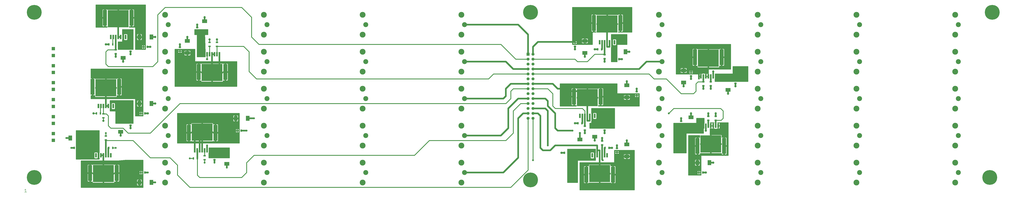
<source format=gbr>
G75*
G70*
%OFA0B0*%
%FSLAX24Y24*%
%IPPOS*%
%LPD*%
%AMOC8*
5,1,8,0,0,1.08239X$1,22.5*
%
%ADD10C,0.0080*%
%ADD11C,0.1004*%
%ADD12C,0.1181*%
%ADD13R,0.4200X0.3500*%
%ADD14R,0.0350X0.0900*%
%ADD15R,0.0984X0.0748*%
%ADD16R,0.0748X0.0984*%
%ADD17R,0.0500X0.0300*%
%ADD18R,0.0300X0.0500*%
%ADD19R,0.0787X0.3228*%
%ADD20C,0.3000*%
%ADD21R,0.0709X0.0709*%
%ADD22R,0.0590X0.0590*%
%ADD23C,0.0590*%
%ADD24C,0.0455*%
%ADD25C,0.0396*%
%ADD26C,0.0160*%
%ADD27C,0.0320*%
%ADD28C,0.0150*%
D10*
X014149Y000721D02*
X014562Y000721D01*
X014355Y000721D02*
X014355Y001342D01*
X014149Y001135D01*
D11*
X043238Y004681D03*
X063238Y004681D03*
X083238Y004681D03*
X103238Y004681D03*
X103238Y012181D03*
X083238Y012181D03*
X063238Y012181D03*
X043238Y012181D03*
X043238Y019681D03*
X063238Y019681D03*
X083238Y019681D03*
X103238Y019681D03*
X103238Y027181D03*
X083238Y027181D03*
X063238Y027181D03*
X043238Y027181D03*
X043238Y034681D03*
X063238Y034681D03*
X083238Y034681D03*
X103238Y034681D03*
X143238Y034681D03*
X163238Y034681D03*
X183238Y034681D03*
X203238Y034681D03*
X203238Y027181D03*
X183238Y027181D03*
X163238Y027181D03*
X143238Y027181D03*
X143238Y019681D03*
X163238Y019681D03*
X183238Y019681D03*
X203238Y019681D03*
X203238Y012181D03*
X183238Y012181D03*
X163238Y012181D03*
X143238Y012181D03*
X143238Y004681D03*
X163238Y004681D03*
X183238Y004681D03*
X203238Y004681D03*
D12*
X202609Y002654D03*
X182609Y002654D03*
X162609Y002654D03*
X162609Y006709D03*
X162609Y010154D03*
X182609Y010154D03*
X182609Y006709D03*
X202609Y006709D03*
X202609Y010154D03*
X202609Y014209D03*
X202609Y017654D03*
X182609Y017654D03*
X182609Y014209D03*
X162609Y014209D03*
X162609Y017654D03*
X162609Y021709D03*
X162609Y025154D03*
X182609Y025154D03*
X182609Y021709D03*
X202609Y021709D03*
X202609Y025154D03*
X202609Y029209D03*
X202609Y032654D03*
X182609Y032654D03*
X182609Y029209D03*
X162609Y029209D03*
X162609Y032654D03*
X162609Y036709D03*
X182609Y036709D03*
X202609Y036709D03*
X142609Y036709D03*
X142609Y032654D03*
X142609Y029209D03*
X142609Y025154D03*
X142609Y021709D03*
X142609Y017654D03*
X142609Y014209D03*
X142609Y010154D03*
X142609Y006709D03*
X142609Y002654D03*
X102609Y002654D03*
X102609Y006709D03*
X102609Y010154D03*
X102609Y014209D03*
X102609Y017654D03*
X102609Y021709D03*
X102609Y025154D03*
X102609Y029209D03*
X102609Y032654D03*
X102609Y036709D03*
X082609Y036709D03*
X062609Y036709D03*
X062609Y032654D03*
X062609Y029209D03*
X082609Y029209D03*
X082609Y032654D03*
X082609Y025154D03*
X082609Y021709D03*
X062609Y021709D03*
X062609Y025154D03*
X042609Y025154D03*
X042609Y021709D03*
X042609Y017654D03*
X042609Y014209D03*
X042609Y010154D03*
X042609Y006709D03*
X042609Y002654D03*
X062609Y002654D03*
X082609Y002654D03*
X082609Y006709D03*
X082609Y010154D03*
X062609Y010154D03*
X062609Y006709D03*
X062609Y014209D03*
X062609Y017654D03*
X082609Y017654D03*
X082609Y014209D03*
X042609Y029209D03*
X042609Y032654D03*
X042609Y036709D03*
D13*
X033109Y035881D03*
X052109Y024981D03*
X030609Y021881D03*
X050109Y012881D03*
X030109Y004481D03*
X128109Y019881D03*
X152609Y027881D03*
X132116Y034826D03*
X153109Y010481D03*
X130609Y004481D03*
D14*
X130609Y008181D03*
X131109Y008181D03*
X131609Y008181D03*
X132109Y008181D03*
X130109Y008181D03*
X129609Y008181D03*
X129109Y008181D03*
X151609Y014181D03*
X152109Y014181D03*
X152609Y014181D03*
X153109Y014181D03*
X153609Y014181D03*
X154109Y014181D03*
X154609Y014181D03*
X129609Y016181D03*
X129109Y016181D03*
X128609Y016181D03*
X128109Y016181D03*
X127609Y016181D03*
X127109Y016181D03*
X126609Y016181D03*
X151109Y024181D03*
X151609Y024181D03*
X152109Y024181D03*
X152609Y024181D03*
X153109Y024181D03*
X153609Y024181D03*
X154109Y024181D03*
X133616Y031126D03*
X133116Y031126D03*
X132616Y031126D03*
X132116Y031126D03*
X131616Y031126D03*
X131116Y031126D03*
X130616Y031126D03*
X053609Y028681D03*
X053109Y028681D03*
X052609Y028681D03*
X052109Y028681D03*
X051609Y028681D03*
X051109Y028681D03*
X050609Y028681D03*
X034609Y032181D03*
X034109Y032181D03*
X033609Y032181D03*
X033109Y032181D03*
X032609Y032181D03*
X032109Y032181D03*
X031609Y032181D03*
X031609Y018181D03*
X032109Y018181D03*
X031109Y018181D03*
X030609Y018181D03*
X030109Y018181D03*
X029609Y018181D03*
X029109Y018181D03*
X048609Y009181D03*
X049109Y009181D03*
X049609Y009181D03*
X050109Y009181D03*
X050609Y009181D03*
X051109Y009181D03*
X051609Y009181D03*
X031609Y008181D03*
X031109Y008181D03*
X030609Y008181D03*
X030109Y008181D03*
X029609Y008181D03*
X029109Y008181D03*
X028609Y008181D03*
D15*
X033609Y012961D03*
X033609Y015402D03*
X055109Y008902D03*
X055109Y006461D03*
X126609Y008961D03*
X136109Y007961D03*
X136109Y010402D03*
X129609Y011961D03*
X126609Y011402D03*
X129609Y014402D03*
X149109Y013461D03*
X149109Y015902D03*
X136109Y019961D03*
X136109Y022402D03*
X147609Y022961D03*
X156609Y023902D03*
X147609Y025402D03*
X156609Y021461D03*
X127609Y028961D03*
X127609Y031402D03*
X050609Y032961D03*
X047109Y031402D03*
X047109Y028961D03*
X034109Y027961D03*
X034109Y030402D03*
X050609Y035402D03*
D16*
X039829Y032181D03*
X037388Y032181D03*
X037388Y018681D03*
X039829Y018681D03*
X056888Y015681D03*
X059329Y015681D03*
X025829Y011681D03*
X023388Y011681D03*
X037388Y002681D03*
X039829Y002681D03*
X150388Y006681D03*
X152829Y006681D03*
X135829Y029181D03*
X133388Y029181D03*
D17*
X131609Y028581D03*
X131609Y027781D03*
X125609Y030281D03*
X125609Y031081D03*
X149109Y025081D03*
X149109Y024281D03*
X151609Y023081D03*
X153109Y023081D03*
X153109Y022281D03*
X151609Y022281D03*
X158109Y022781D03*
X158109Y023581D03*
X138109Y021081D03*
X138109Y020281D03*
X152609Y016081D03*
X154109Y016081D03*
X154109Y015281D03*
X152609Y015281D03*
X147109Y015081D03*
X147109Y014281D03*
X131609Y014081D03*
X131609Y013281D03*
X127609Y013281D03*
X127609Y014081D03*
X131109Y011081D03*
X131109Y010281D03*
X134109Y009581D03*
X134109Y008781D03*
X052609Y008081D03*
X050609Y008081D03*
X050609Y007281D03*
X052609Y007281D03*
X030609Y011281D03*
X030609Y012081D03*
X035609Y014281D03*
X035609Y015081D03*
X030109Y015781D03*
X030109Y016581D03*
X032609Y028781D03*
X035609Y029281D03*
X032609Y029581D03*
X035609Y030081D03*
X045609Y030081D03*
X045609Y029281D03*
X051609Y030281D03*
X053109Y030281D03*
X053109Y031081D03*
X051609Y031081D03*
X049109Y033281D03*
X049109Y034081D03*
D18*
X032009Y030681D03*
X031209Y030681D03*
X038209Y030181D03*
X039009Y030181D03*
X038509Y016681D03*
X037709Y016681D03*
X029509Y016681D03*
X028709Y016681D03*
X057209Y013181D03*
X058009Y013181D03*
X032009Y009681D03*
X031209Y009681D03*
X025009Y009681D03*
X024209Y009681D03*
X048334Y007556D03*
X049134Y007556D03*
X038509Y004681D03*
X037709Y004681D03*
X123459Y008681D03*
X124259Y008681D03*
X131709Y009681D03*
X132509Y009681D03*
X150709Y004681D03*
X151509Y004681D03*
X127009Y014681D03*
X126209Y014681D03*
X133709Y027681D03*
X134509Y027681D03*
X131009Y029681D03*
X130209Y029681D03*
D19*
X149921Y028089D03*
X155296Y028089D03*
X134803Y035034D03*
X129429Y035034D03*
X054796Y025089D03*
X049421Y025089D03*
X033296Y022089D03*
X027921Y022089D03*
X047421Y012774D03*
X052796Y012774D03*
X032796Y004589D03*
X027421Y004589D03*
X125421Y020089D03*
X130796Y020089D03*
X150421Y010089D03*
X155796Y010089D03*
X133296Y004274D03*
X127921Y004274D03*
X035796Y036089D03*
X030421Y036089D03*
D20*
X016109Y037181D03*
X116609Y037181D03*
X210109Y037181D03*
X209609Y003681D03*
X116609Y003181D03*
X016109Y003681D03*
D21*
X019975Y011217D03*
X019975Y012595D03*
X019975Y014662D03*
X019975Y016040D03*
X019975Y018107D03*
X019975Y019485D03*
X019975Y021551D03*
X019975Y022929D03*
X019975Y024996D03*
X019975Y026374D03*
X019975Y028441D03*
X019975Y029819D03*
D22*
X116109Y028681D03*
D23*
X117109Y028681D03*
X117109Y027681D03*
X116109Y027681D03*
X116109Y026681D03*
X117109Y026681D03*
X117109Y025681D03*
X116109Y025681D03*
X116109Y024681D03*
X117109Y024681D03*
X117109Y023681D03*
X116109Y023681D03*
X116109Y022681D03*
X117109Y022681D03*
X117109Y021681D03*
X116109Y021681D03*
X116109Y020681D03*
X117109Y020681D03*
X117109Y019681D03*
X116109Y019681D03*
X116109Y018681D03*
X117109Y018681D03*
X117109Y017681D03*
X116109Y017681D03*
X116109Y016681D03*
X117109Y016681D03*
X117109Y015681D03*
X116109Y015681D03*
D24*
X125609Y014681D03*
X126609Y012681D03*
X127609Y012681D03*
X131609Y012681D03*
X131109Y011681D03*
X129609Y011181D03*
X134109Y010181D03*
X133109Y009681D03*
X136109Y011181D03*
X122859Y008681D03*
X152109Y004681D03*
X153609Y006681D03*
X152109Y013181D03*
X147109Y015681D03*
X149109Y016681D03*
X152609Y016681D03*
X154109Y016681D03*
X156609Y020681D03*
X153109Y021681D03*
X151609Y021681D03*
X147609Y022181D03*
X149109Y023681D03*
X153609Y025181D03*
X158109Y022181D03*
X138109Y021681D03*
X136109Y023181D03*
X131609Y027181D03*
X135109Y027681D03*
X136609Y029181D03*
X129609Y029681D03*
X125609Y029681D03*
X127609Y028181D03*
X053109Y031681D03*
X051609Y031681D03*
X047109Y032181D03*
X045609Y030681D03*
X040609Y032181D03*
X039609Y030181D03*
X035609Y028681D03*
X032609Y028181D03*
X034109Y027181D03*
X051109Y027681D03*
X030609Y030681D03*
X049109Y034681D03*
X050609Y036181D03*
X040609Y018681D03*
X039109Y016681D03*
X030109Y015181D03*
X028109Y016681D03*
X035609Y013681D03*
X033609Y012181D03*
D25*
X030609Y012681D03*
X022609Y011681D03*
X023609Y009681D03*
X025609Y009181D03*
X026609Y009181D03*
X027609Y009181D03*
X027609Y008181D03*
X026609Y008181D03*
X025609Y008181D03*
X032609Y009681D03*
X047609Y007556D03*
X050609Y006681D03*
X052609Y006681D03*
X055109Y005681D03*
X053609Y008181D03*
X053609Y009181D03*
X052734Y009181D03*
X051109Y010181D03*
X051609Y011681D03*
X050109Y011681D03*
X048609Y011681D03*
X048609Y012931D03*
X050109Y012931D03*
X051609Y012931D03*
X051609Y014181D03*
X050109Y014181D03*
X048609Y014181D03*
X059109Y013181D03*
X060609Y015681D03*
X035109Y017681D03*
X034109Y017681D03*
X033109Y017681D03*
X033109Y018681D03*
X034109Y018681D03*
X035109Y018681D03*
X032109Y020681D03*
X030609Y020681D03*
X029109Y020681D03*
X029109Y021681D03*
X030609Y021681D03*
X032109Y021681D03*
X032109Y022681D03*
X030609Y022681D03*
X029109Y022681D03*
X050609Y024181D03*
X052109Y024181D03*
X053609Y024181D03*
X053609Y025181D03*
X052109Y025181D03*
X050609Y025181D03*
X050609Y026181D03*
X052109Y026181D03*
X053609Y026181D03*
X049484Y028681D03*
X049484Y029681D03*
X050234Y029681D03*
X050234Y030681D03*
X049484Y030681D03*
X035734Y032181D03*
X035359Y033306D03*
X034359Y033306D03*
X034609Y035181D03*
X033109Y035181D03*
X031609Y035181D03*
X031609Y036181D03*
X033109Y036181D03*
X034609Y036181D03*
X034609Y037181D03*
X033109Y037181D03*
X031609Y037181D03*
X126609Y021181D03*
X128109Y021181D03*
X129609Y021181D03*
X129609Y019931D03*
X128109Y019931D03*
X126609Y019931D03*
X126609Y018681D03*
X128109Y018681D03*
X129609Y018681D03*
X129609Y017181D03*
X131109Y017181D03*
X132109Y017181D03*
X133109Y017181D03*
X133109Y016181D03*
X132109Y016181D03*
X131109Y016181D03*
X144609Y016681D03*
X150859Y015181D03*
X149359Y014181D03*
X151109Y013181D03*
X147609Y013181D03*
X146109Y013181D03*
X146109Y011681D03*
X147609Y011681D03*
X151609Y011681D03*
X153109Y011681D03*
X154609Y011681D03*
X154609Y010681D03*
X153109Y010681D03*
X151609Y010681D03*
X147609Y009681D03*
X146109Y009681D03*
X151609Y009181D03*
X153109Y009181D03*
X154609Y009181D03*
X132109Y005681D03*
X130609Y005681D03*
X129109Y005681D03*
X125609Y005181D03*
X124609Y005181D03*
X124609Y004181D03*
X125609Y004181D03*
X129109Y004431D03*
X130609Y004431D03*
X132109Y004431D03*
X132109Y003181D03*
X130609Y003181D03*
X129109Y003181D03*
X125609Y003181D03*
X124609Y003181D03*
X131234Y007181D03*
X117109Y007181D03*
X120109Y010181D03*
X125109Y013181D03*
X158109Y024681D03*
X159109Y024681D03*
X160109Y024681D03*
X160109Y025681D03*
X159109Y025681D03*
X158109Y025681D03*
X146609Y025681D03*
X146609Y026681D03*
X146609Y027681D03*
X146609Y028681D03*
X146609Y029681D03*
X135609Y031181D03*
X134609Y031181D03*
X134609Y032181D03*
X135609Y032181D03*
X133609Y032181D03*
X133609Y033681D03*
X132109Y033681D03*
X130609Y033681D03*
X130609Y034681D03*
X132109Y034681D03*
X133609Y034681D03*
X133609Y035681D03*
X132109Y035681D03*
X130609Y035681D03*
X031609Y005681D03*
X030109Y005681D03*
X028609Y005681D03*
X028609Y004431D03*
X030109Y004431D03*
X031609Y004431D03*
X031609Y003181D03*
X030109Y003181D03*
X028609Y003181D03*
X039109Y004681D03*
X040609Y002681D03*
D26*
X050609Y006681D02*
X050609Y007281D01*
X048334Y007556D02*
X047609Y007556D01*
X050609Y008081D02*
X050609Y009181D01*
X032609Y009681D02*
X032009Y009681D01*
X031209Y009681D02*
X031109Y009681D01*
X030609Y012081D02*
X030609Y012681D01*
X030109Y015181D02*
X030109Y015781D01*
X030109Y016581D02*
X030109Y018181D01*
X028709Y016681D02*
X028109Y016681D01*
X051109Y027681D02*
X051109Y028681D01*
X051609Y028681D02*
X051609Y030281D01*
X053109Y030281D02*
X053109Y028681D01*
X053109Y031081D02*
X053109Y031681D01*
X051609Y031681D02*
X051609Y031081D01*
X032109Y032181D02*
X032009Y032181D01*
X032009Y030681D01*
X127009Y014681D02*
X127109Y014681D01*
X131609Y009681D02*
X131709Y009681D01*
X131609Y028581D02*
X131616Y028581D01*
X131109Y029681D02*
X131009Y029681D01*
X131109Y031126D02*
X131116Y031126D01*
D27*
X131109Y031126D02*
X131109Y029681D01*
X130209Y029681D02*
X129609Y029681D01*
X132109Y030181D02*
X132109Y031126D01*
X132116Y031126D01*
X132116Y033681D01*
X132109Y033681D01*
X131616Y031126D02*
X131616Y028581D01*
X131609Y028581D02*
X131509Y028681D01*
X133116Y029181D02*
X133388Y029181D01*
X135829Y029181D02*
X136609Y029181D01*
X132616Y030181D02*
X132109Y030181D01*
X132616Y030181D02*
X132616Y031126D01*
X125609Y031081D02*
X125509Y031181D01*
X118109Y031181D01*
X117109Y030181D01*
X117109Y028681D01*
X116109Y028681D02*
X116109Y032681D01*
X114109Y034681D01*
X103238Y034681D01*
X125609Y030281D02*
X125609Y029681D01*
X127609Y028961D02*
X127609Y028181D01*
X131609Y027781D02*
X131609Y027181D01*
X134509Y027681D02*
X135109Y027681D01*
X138609Y025681D02*
X140109Y027181D01*
X143238Y027181D01*
X138609Y025681D02*
X117109Y025681D01*
X116109Y025681D02*
X113109Y025681D01*
X111609Y027181D01*
X103238Y027181D01*
X111609Y021681D02*
X112609Y022681D01*
X116109Y022681D01*
X117109Y022681D02*
X121109Y022681D01*
X122109Y021681D01*
X123109Y021681D01*
X123609Y021181D01*
X126609Y021181D01*
X120109Y019181D02*
X119609Y019681D01*
X117109Y019681D01*
X116109Y019681D02*
X114109Y019681D01*
X112109Y017681D01*
X112109Y013681D01*
X110609Y012181D01*
X103238Y012181D01*
X118609Y009681D02*
X119109Y009181D01*
X120609Y009181D01*
X121609Y010181D01*
X130109Y010181D01*
X130109Y009181D01*
X130109Y008181D01*
X130609Y008181D02*
X130609Y009181D01*
X130109Y009181D01*
X131609Y009681D02*
X131609Y008181D01*
X131109Y008181D02*
X131109Y007306D01*
X131234Y007181D01*
X131109Y008181D02*
X131109Y010281D01*
X134109Y010181D02*
X134109Y009581D01*
X133109Y009681D02*
X132509Y009681D01*
X136109Y010402D02*
X136109Y011181D01*
X131109Y011081D02*
X131109Y011681D01*
X129609Y011961D02*
X129609Y011181D01*
X126609Y011402D02*
X126609Y012681D01*
X127609Y012681D02*
X127609Y013281D01*
X125109Y013181D02*
X122109Y013181D01*
X121609Y013681D01*
X121609Y016681D01*
X120109Y018181D01*
X120109Y019181D01*
X128109Y018681D02*
X128109Y016181D01*
X128109Y015181D01*
X128609Y015181D01*
X128609Y016181D01*
X127609Y016181D02*
X127609Y014081D01*
X127109Y014681D02*
X127109Y016181D01*
X120109Y017181D02*
X120109Y010181D01*
X118609Y009681D02*
X118609Y016181D01*
X118109Y016681D01*
X117109Y016681D01*
X116109Y016681D02*
X115109Y016681D01*
X114109Y015681D01*
X114109Y007681D01*
X111109Y004681D01*
X103238Y004681D01*
X122859Y008681D02*
X123459Y008681D01*
X130609Y008181D02*
X130609Y005681D01*
X151509Y004681D02*
X152109Y004681D01*
X152829Y006681D02*
X153609Y006681D01*
X131609Y012681D02*
X131609Y013281D01*
X126209Y014681D02*
X125609Y014681D01*
X120109Y017181D02*
X119609Y017681D01*
X117109Y017681D01*
X111609Y020181D02*
X111109Y019681D01*
X103238Y019681D01*
X111609Y020181D02*
X111609Y021681D01*
X136109Y022402D02*
X136109Y023181D01*
X138109Y021681D02*
X138109Y021081D01*
X147609Y022181D02*
X147609Y022961D01*
X151609Y023081D02*
X151609Y024181D01*
X153109Y024181D02*
X153109Y023081D01*
X153109Y022281D02*
X153109Y021681D01*
X151609Y021681D02*
X151609Y022281D01*
X149109Y023681D02*
X149109Y024281D01*
X153609Y024181D02*
X153609Y025181D01*
X158109Y022781D02*
X158109Y022181D01*
X156609Y021461D02*
X156609Y020681D01*
X154109Y016681D02*
X154109Y016081D01*
X152609Y016081D02*
X152609Y016681D01*
X149109Y016681D02*
X149109Y015902D01*
X147109Y015681D02*
X147109Y015081D01*
X152109Y014181D02*
X152109Y013181D01*
X152609Y014181D02*
X152609Y015281D01*
X154109Y015281D02*
X154109Y014181D01*
X060609Y015681D02*
X059329Y015681D01*
X059109Y013181D02*
X058009Y013181D01*
X050109Y011681D02*
X049609Y011681D01*
X049609Y009181D01*
X049134Y009156D02*
X049134Y007556D01*
X052609Y007281D02*
X052609Y006681D01*
X055109Y006461D02*
X055109Y005681D01*
X039109Y004681D02*
X038509Y004681D01*
X030109Y005681D02*
X030109Y008181D01*
X029609Y008181D01*
X030609Y008181D02*
X030609Y011281D01*
X033609Y012181D02*
X033609Y012961D01*
X035609Y013681D02*
X035609Y014281D01*
X038509Y016681D02*
X039109Y016681D01*
X031109Y018181D02*
X030609Y018181D01*
X030609Y020681D01*
X039829Y018681D02*
X040609Y018681D01*
X048609Y011681D02*
X048609Y009181D01*
X049109Y009181D02*
X049134Y009156D01*
X050109Y009181D02*
X050109Y011681D01*
X051109Y010181D02*
X051109Y009181D01*
X031109Y009681D02*
X031109Y008181D01*
X024209Y009681D02*
X023609Y009681D01*
X023388Y011681D02*
X022609Y011681D01*
X039829Y002681D02*
X040609Y002681D01*
X052109Y026181D02*
X052109Y028681D01*
X052609Y028681D01*
X053609Y028681D02*
X053609Y026181D01*
X035609Y028681D02*
X035609Y029281D01*
X032609Y029581D02*
X032609Y032181D01*
X033109Y032181D02*
X033609Y032181D01*
X033109Y032181D02*
X033109Y035181D01*
X049109Y034681D02*
X049109Y034081D01*
X050609Y035402D02*
X050609Y036181D01*
X047109Y032181D02*
X047109Y031402D01*
X045609Y030681D02*
X045609Y030081D01*
X039609Y030181D02*
X039009Y030181D01*
X032609Y028781D02*
X032609Y028181D01*
X034109Y027961D02*
X034109Y027181D01*
X031209Y030681D02*
X030609Y030681D01*
X039829Y032181D02*
X040609Y032181D01*
D28*
X038609Y032118D02*
X037463Y032118D01*
X037463Y032106D02*
X037463Y032256D01*
X037937Y032256D01*
X037937Y032746D01*
X037835Y032849D01*
X037463Y032849D01*
X037463Y032257D01*
X037313Y032257D01*
X037313Y032849D01*
X036941Y032849D01*
X036839Y032746D01*
X036839Y032256D01*
X037313Y032256D01*
X037313Y032106D01*
X037463Y032106D01*
X037463Y031514D01*
X037835Y031514D01*
X037937Y031617D01*
X037937Y032106D01*
X037463Y032106D01*
X037463Y031970D02*
X037313Y031970D01*
X037313Y032106D02*
X037313Y031514D01*
X036941Y031514D01*
X036839Y031617D01*
X036839Y032106D01*
X037313Y032106D01*
X037313Y032118D02*
X036609Y032118D01*
X036609Y031970D02*
X036839Y031970D01*
X036839Y031821D02*
X036609Y031821D01*
X036609Y031673D02*
X036839Y031673D01*
X036932Y031524D02*
X036609Y031524D01*
X036609Y031376D02*
X038609Y031376D01*
X038609Y031524D02*
X037844Y031524D01*
X037937Y031673D02*
X038609Y031673D01*
X038609Y031821D02*
X037937Y031821D01*
X037937Y031970D02*
X038609Y031970D01*
X038609Y032267D02*
X037937Y032267D01*
X037937Y032415D02*
X038609Y032415D01*
X038609Y032564D02*
X037937Y032564D01*
X037937Y032712D02*
X038609Y032712D01*
X038609Y032861D02*
X036609Y032861D01*
X036609Y033009D02*
X038609Y033009D01*
X038609Y033158D02*
X036609Y033158D01*
X036609Y033307D02*
X038609Y033307D01*
X038609Y033455D02*
X036609Y033455D01*
X036609Y033604D02*
X038609Y033604D01*
X038609Y033752D02*
X036609Y033752D01*
X036609Y033901D02*
X038609Y033901D01*
X038609Y034049D02*
X036609Y034049D01*
X036609Y034181D02*
X035383Y034181D01*
X035383Y034300D01*
X035721Y034300D01*
X035721Y036014D01*
X035870Y036014D01*
X035870Y034300D01*
X036262Y034300D01*
X036364Y034402D01*
X036364Y036014D01*
X035871Y036014D01*
X035871Y036164D01*
X036364Y036164D01*
X036364Y037776D01*
X036262Y037878D01*
X035870Y037878D01*
X035870Y036164D01*
X035721Y036164D01*
X035721Y037878D01*
X035329Y037878D01*
X035258Y037806D01*
X033183Y037806D01*
X033183Y035957D01*
X033034Y035957D01*
X033034Y037806D01*
X030959Y037806D01*
X030888Y037878D01*
X030496Y037878D01*
X030496Y036164D01*
X030347Y036164D01*
X030347Y037878D01*
X029955Y037878D01*
X029853Y037776D01*
X029853Y036164D01*
X030346Y036164D01*
X030346Y036014D01*
X029853Y036014D01*
X029853Y034402D01*
X029955Y034300D01*
X030347Y034300D01*
X030347Y036014D01*
X030496Y036014D01*
X030496Y034300D01*
X030834Y034300D01*
X030834Y034181D01*
X028609Y034181D01*
X028609Y038681D01*
X038609Y038681D01*
X038609Y029681D01*
X036609Y029681D01*
X036609Y034181D01*
X036308Y034346D02*
X038609Y034346D01*
X038609Y034198D02*
X035383Y034198D01*
X035721Y034346D02*
X035870Y034346D01*
X035870Y034495D02*
X035721Y034495D01*
X035721Y034643D02*
X035870Y034643D01*
X035870Y034792D02*
X035721Y034792D01*
X035721Y034941D02*
X035870Y034941D01*
X035870Y035089D02*
X035721Y035089D01*
X035721Y035238D02*
X035870Y035238D01*
X035870Y035386D02*
X035721Y035386D01*
X035721Y035535D02*
X035870Y035535D01*
X035870Y035683D02*
X035721Y035683D01*
X035721Y035832D02*
X035870Y035832D01*
X035870Y035980D02*
X035721Y035980D01*
X035871Y036129D02*
X038609Y036129D01*
X038609Y036277D02*
X036364Y036277D01*
X036364Y036426D02*
X038609Y036426D01*
X038609Y036575D02*
X036364Y036575D01*
X036364Y036723D02*
X038609Y036723D01*
X038609Y036872D02*
X036364Y036872D01*
X036364Y037020D02*
X038609Y037020D01*
X038609Y037169D02*
X036364Y037169D01*
X036364Y037317D02*
X038609Y037317D01*
X038609Y037466D02*
X036364Y037466D01*
X036364Y037614D02*
X038609Y037614D01*
X038609Y037763D02*
X036364Y037763D01*
X035870Y037763D02*
X035721Y037763D01*
X035721Y037614D02*
X035870Y037614D01*
X035870Y037466D02*
X035721Y037466D01*
X035721Y037317D02*
X035870Y037317D01*
X035870Y037169D02*
X035721Y037169D01*
X035721Y037020D02*
X035870Y037020D01*
X035870Y036872D02*
X035721Y036872D01*
X035721Y036723D02*
X035870Y036723D01*
X035870Y036575D02*
X035721Y036575D01*
X035721Y036426D02*
X035870Y036426D01*
X035870Y036277D02*
X035721Y036277D01*
X036364Y035980D02*
X038609Y035980D01*
X038609Y035832D02*
X036364Y035832D01*
X036364Y035683D02*
X038609Y035683D01*
X038609Y035535D02*
X036364Y035535D01*
X036364Y035386D02*
X038609Y035386D01*
X038609Y035238D02*
X036364Y035238D01*
X036364Y035089D02*
X038609Y035089D01*
X038609Y034941D02*
X036364Y034941D01*
X036364Y034792D02*
X038609Y034792D01*
X038609Y034643D02*
X036364Y034643D01*
X036364Y034495D02*
X038609Y034495D01*
X036109Y033681D02*
X033984Y033681D01*
X033984Y032750D01*
X034008Y032725D01*
X034008Y031638D01*
X033984Y031613D01*
X033984Y031181D01*
X033109Y031181D01*
X033109Y029681D01*
X036109Y029681D01*
X036109Y033681D01*
X036109Y033604D02*
X033984Y033604D01*
X033984Y033455D02*
X036109Y033455D01*
X036109Y033307D02*
X033984Y033307D01*
X033984Y033158D02*
X036109Y033158D01*
X036109Y033009D02*
X033984Y033009D01*
X033984Y032861D02*
X036109Y032861D01*
X036109Y032712D02*
X035008Y032712D01*
X035008Y032725D02*
X034877Y032856D01*
X034340Y032856D01*
X034209Y032725D01*
X034209Y031638D01*
X034340Y031506D01*
X034877Y031506D01*
X035008Y031638D01*
X035008Y032725D01*
X035008Y032564D02*
X036109Y032564D01*
X036109Y032415D02*
X035008Y032415D01*
X035008Y032267D02*
X036109Y032267D01*
X036109Y032118D02*
X035008Y032118D01*
X035008Y031970D02*
X036109Y031970D01*
X036109Y031821D02*
X035008Y031821D01*
X035008Y031673D02*
X036109Y031673D01*
X036109Y031524D02*
X034894Y031524D01*
X034323Y031524D02*
X033984Y031524D01*
X033984Y031376D02*
X036109Y031376D01*
X036109Y031227D02*
X033984Y031227D01*
X034008Y031673D02*
X034209Y031673D01*
X034209Y031821D02*
X034008Y031821D01*
X034008Y031970D02*
X034209Y031970D01*
X034209Y032118D02*
X034008Y032118D01*
X034008Y032267D02*
X034209Y032267D01*
X034209Y032415D02*
X034008Y032415D01*
X034008Y032564D02*
X034209Y032564D01*
X034209Y032712D02*
X034008Y032712D01*
X036609Y032712D02*
X036839Y032712D01*
X036839Y032564D02*
X036609Y032564D01*
X036609Y032415D02*
X036839Y032415D01*
X036839Y032267D02*
X036609Y032267D01*
X037313Y032267D02*
X037463Y032267D01*
X037463Y032415D02*
X037313Y032415D01*
X037313Y032564D02*
X037463Y032564D01*
X037463Y032712D02*
X037313Y032712D01*
X037313Y031821D02*
X037463Y031821D01*
X037463Y031673D02*
X037313Y031673D01*
X037313Y031524D02*
X037463Y031524D01*
X036609Y031227D02*
X038609Y031227D01*
X038609Y031078D02*
X036609Y031078D01*
X036609Y030930D02*
X038609Y030930D01*
X038609Y030781D02*
X036609Y030781D01*
X036609Y030633D02*
X038609Y030633D01*
X038609Y030484D02*
X038533Y030484D01*
X038533Y030504D02*
X038431Y030606D01*
X038209Y030606D01*
X038209Y030182D01*
X038208Y030182D01*
X038208Y030606D01*
X037986Y030606D01*
X037884Y030504D01*
X037884Y030182D01*
X038208Y030182D01*
X038208Y030181D01*
X037884Y030181D01*
X037884Y029859D01*
X037986Y029756D01*
X038208Y029756D01*
X038208Y030181D01*
X038209Y030181D01*
X038209Y030182D01*
X038533Y030182D01*
X038533Y030504D01*
X038533Y030336D02*
X038609Y030336D01*
X038609Y030187D02*
X038533Y030187D01*
X038533Y030181D02*
X038209Y030181D01*
X038209Y029756D01*
X038431Y029756D01*
X038533Y029859D01*
X038533Y030181D01*
X038533Y030039D02*
X038609Y030039D01*
X038609Y029890D02*
X038533Y029890D01*
X038609Y029742D02*
X036609Y029742D01*
X036609Y029890D02*
X037884Y029890D01*
X037884Y030039D02*
X036609Y030039D01*
X036609Y030187D02*
X037884Y030187D01*
X037884Y030336D02*
X036609Y030336D01*
X036609Y030484D02*
X037884Y030484D01*
X038208Y030484D02*
X038209Y030484D01*
X038208Y030336D02*
X038209Y030336D01*
X038208Y030187D02*
X038209Y030187D01*
X038208Y030039D02*
X038209Y030039D01*
X038208Y029890D02*
X038209Y029890D01*
X036109Y029890D02*
X033109Y029890D01*
X033109Y029742D02*
X036109Y029742D01*
X036109Y030039D02*
X033109Y030039D01*
X033109Y030187D02*
X036109Y030187D01*
X036109Y030336D02*
X033109Y030336D01*
X033109Y030484D02*
X036109Y030484D01*
X036109Y030633D02*
X033109Y030633D01*
X033109Y030781D02*
X036109Y030781D01*
X036109Y030930D02*
X033109Y030930D01*
X033109Y031078D02*
X036109Y031078D01*
X032609Y029581D02*
X031009Y029581D01*
X030609Y029181D01*
X030609Y026681D01*
X031109Y026181D01*
X040109Y026181D01*
X041109Y027181D01*
X041109Y036681D01*
X042609Y038181D01*
X058109Y038181D01*
X060109Y036181D01*
X060109Y032181D01*
X061609Y030681D01*
X110609Y030681D01*
X113609Y027681D01*
X116109Y027681D01*
X117109Y027681D02*
X125609Y027681D01*
X126109Y027181D01*
X128109Y027181D01*
X129609Y028681D01*
X131509Y028681D01*
X132984Y028702D02*
X134109Y028702D01*
X134109Y028850D02*
X132984Y028850D01*
X132984Y028999D02*
X134109Y028999D01*
X134109Y029147D02*
X132984Y029147D01*
X132984Y029296D02*
X134109Y029296D01*
X134109Y029444D02*
X132984Y029444D01*
X132984Y029593D02*
X134109Y029593D01*
X134109Y029742D02*
X132984Y029742D01*
X132984Y029890D02*
X134109Y029890D01*
X134109Y030039D02*
X132984Y030039D01*
X132984Y030062D02*
X133001Y030105D01*
X133001Y030258D01*
X133001Y030568D01*
X133016Y030583D01*
X133016Y031669D01*
X132984Y031702D01*
X132984Y032681D01*
X136109Y032681D01*
X136109Y030681D01*
X134109Y030681D01*
X134109Y027181D01*
X132984Y027181D01*
X132984Y030062D01*
X133001Y030187D02*
X134109Y030187D01*
X134109Y030336D02*
X133001Y030336D01*
X133001Y030484D02*
X133315Y030484D01*
X133348Y030451D02*
X133885Y030451D01*
X134016Y030583D01*
X134016Y031669D01*
X133885Y031801D01*
X133348Y031801D01*
X133216Y031669D01*
X133216Y030583D01*
X133348Y030451D01*
X133216Y030633D02*
X133016Y030633D01*
X133016Y030781D02*
X133216Y030781D01*
X133216Y030930D02*
X133016Y030930D01*
X133016Y031078D02*
X133216Y031078D01*
X133216Y031227D02*
X133016Y031227D01*
X133016Y031376D02*
X133216Y031376D01*
X133216Y031524D02*
X133016Y031524D01*
X133013Y031673D02*
X133219Y031673D01*
X132984Y031821D02*
X136109Y031821D01*
X136109Y031673D02*
X134013Y031673D01*
X134016Y031524D02*
X136109Y031524D01*
X136109Y031376D02*
X134016Y031376D01*
X134016Y031227D02*
X136109Y031227D01*
X136109Y031078D02*
X134016Y031078D01*
X134016Y030930D02*
X136109Y030930D01*
X136109Y030781D02*
X134016Y030781D01*
X134016Y030633D02*
X134109Y030633D01*
X134109Y030484D02*
X133918Y030484D01*
X129109Y030681D02*
X125109Y030681D01*
X125109Y038181D01*
X137109Y038181D01*
X137109Y033181D01*
X134391Y033181D01*
X134391Y033245D01*
X134728Y033245D01*
X134728Y034959D01*
X134878Y034959D01*
X134878Y033245D01*
X135270Y033245D01*
X135372Y033347D01*
X135372Y034959D01*
X134879Y034959D01*
X134879Y035109D01*
X135372Y035109D01*
X135372Y036720D01*
X135270Y036823D01*
X134878Y036823D01*
X134878Y035109D01*
X134728Y035109D01*
X134728Y036823D01*
X134337Y036823D01*
X134266Y036751D01*
X132191Y036751D01*
X132191Y034901D01*
X132041Y034901D01*
X129998Y034901D01*
X129998Y034751D01*
X132041Y034751D01*
X132041Y034901D01*
X132041Y036751D01*
X129967Y036751D01*
X129896Y036823D01*
X129504Y036823D01*
X129504Y035109D01*
X129354Y035109D01*
X129354Y034959D01*
X128861Y034959D01*
X128861Y033347D01*
X128963Y033245D01*
X129354Y033245D01*
X129354Y034959D01*
X129504Y034959D01*
X129504Y033245D01*
X129841Y033245D01*
X129841Y033181D01*
X129109Y033181D01*
X129109Y030681D01*
X129109Y030781D02*
X125956Y030781D01*
X125931Y030756D02*
X126033Y030859D01*
X126033Y031081D01*
X125609Y031081D01*
X125609Y031082D01*
X125608Y031082D01*
X125608Y031406D01*
X125286Y031406D01*
X125184Y031304D01*
X125184Y031082D01*
X125608Y031082D01*
X125608Y031081D01*
X125184Y031081D01*
X125184Y030859D01*
X125286Y030756D01*
X125608Y030756D01*
X125608Y031081D01*
X125609Y031081D01*
X125609Y030756D01*
X125931Y030756D01*
X126033Y030930D02*
X126967Y030930D01*
X126941Y030955D02*
X127044Y030853D01*
X127534Y030853D01*
X127534Y031327D01*
X127683Y031327D01*
X127683Y030853D01*
X128173Y030853D01*
X128276Y030955D01*
X128276Y031327D01*
X127684Y031327D01*
X127684Y031477D01*
X128276Y031477D01*
X128276Y031848D01*
X128173Y031951D01*
X127683Y031951D01*
X127683Y031477D01*
X127534Y031477D01*
X127534Y031951D01*
X127044Y031951D01*
X126941Y031848D01*
X126941Y031477D01*
X127533Y031477D01*
X127533Y031327D01*
X126941Y031327D01*
X126941Y030955D01*
X126941Y031078D02*
X126033Y031078D01*
X126033Y031082D02*
X126033Y031304D01*
X125931Y031406D01*
X125609Y031406D01*
X125609Y031082D01*
X126033Y031082D01*
X126033Y031227D02*
X126941Y031227D01*
X126941Y031524D02*
X125109Y031524D01*
X125109Y031376D02*
X125255Y031376D01*
X125184Y031227D02*
X125109Y031227D01*
X125109Y031078D02*
X125184Y031078D01*
X125184Y030930D02*
X125109Y030930D01*
X125109Y030781D02*
X125261Y030781D01*
X125608Y030781D02*
X125609Y030781D01*
X125608Y030930D02*
X125609Y030930D01*
X125608Y031078D02*
X125609Y031078D01*
X125608Y031227D02*
X125609Y031227D01*
X125608Y031376D02*
X125609Y031376D01*
X125962Y031376D02*
X127533Y031376D01*
X127534Y031524D02*
X127683Y031524D01*
X127684Y031376D02*
X129109Y031376D01*
X129109Y031524D02*
X128276Y031524D01*
X128276Y031673D02*
X129109Y031673D01*
X129109Y031821D02*
X128276Y031821D01*
X127683Y031821D02*
X127534Y031821D01*
X127534Y031673D02*
X127683Y031673D01*
X127683Y031227D02*
X127534Y031227D01*
X127534Y031078D02*
X127683Y031078D01*
X127683Y030930D02*
X127534Y030930D01*
X128250Y030930D02*
X129109Y030930D01*
X129109Y031078D02*
X128276Y031078D01*
X128276Y031227D02*
X129109Y031227D01*
X126941Y031673D02*
X125109Y031673D01*
X125109Y031821D02*
X126941Y031821D01*
X125109Y031970D02*
X129109Y031970D01*
X129109Y032118D02*
X125109Y032118D01*
X125109Y032267D02*
X129109Y032267D01*
X129109Y032415D02*
X125109Y032415D01*
X125109Y032564D02*
X129109Y032564D01*
X129109Y032712D02*
X125109Y032712D01*
X125109Y032861D02*
X129109Y032861D01*
X129109Y033009D02*
X125109Y033009D01*
X125109Y033158D02*
X129109Y033158D01*
X128901Y033307D02*
X125109Y033307D01*
X125109Y033455D02*
X128861Y033455D01*
X128861Y033604D02*
X125109Y033604D01*
X125109Y033752D02*
X128861Y033752D01*
X128861Y033901D02*
X125109Y033901D01*
X125109Y034049D02*
X128861Y034049D01*
X128861Y034198D02*
X125109Y034198D01*
X125109Y034346D02*
X128861Y034346D01*
X128861Y034495D02*
X125109Y034495D01*
X125109Y034643D02*
X128861Y034643D01*
X128861Y034792D02*
X125109Y034792D01*
X125109Y034941D02*
X128861Y034941D01*
X128861Y035109D02*
X129354Y035109D01*
X129354Y036823D01*
X128963Y036823D01*
X128861Y036720D01*
X128861Y035109D01*
X128861Y035238D02*
X125109Y035238D01*
X125109Y035386D02*
X128861Y035386D01*
X128861Y035535D02*
X125109Y035535D01*
X125109Y035683D02*
X128861Y035683D01*
X128861Y035832D02*
X125109Y035832D01*
X125109Y035980D02*
X128861Y035980D01*
X128861Y036129D02*
X125109Y036129D01*
X125109Y036277D02*
X128861Y036277D01*
X128861Y036426D02*
X125109Y036426D01*
X125109Y036575D02*
X128861Y036575D01*
X128863Y036723D02*
X125109Y036723D01*
X125109Y036872D02*
X137109Y036872D01*
X137109Y037020D02*
X125109Y037020D01*
X125109Y037169D02*
X137109Y037169D01*
X137109Y037317D02*
X125109Y037317D01*
X125109Y037466D02*
X137109Y037466D01*
X137109Y037614D02*
X125109Y037614D01*
X125109Y037763D02*
X137109Y037763D01*
X137109Y037911D02*
X125109Y037911D01*
X125109Y038060D02*
X137109Y038060D01*
X137109Y036723D02*
X135369Y036723D01*
X135372Y036575D02*
X137109Y036575D01*
X137109Y036426D02*
X135372Y036426D01*
X135372Y036277D02*
X137109Y036277D01*
X137109Y036129D02*
X135372Y036129D01*
X135372Y035980D02*
X137109Y035980D01*
X137109Y035832D02*
X135372Y035832D01*
X135372Y035683D02*
X137109Y035683D01*
X137109Y035535D02*
X135372Y035535D01*
X135372Y035386D02*
X137109Y035386D01*
X137109Y035238D02*
X135372Y035238D01*
X135372Y034941D02*
X137109Y034941D01*
X137109Y035089D02*
X134879Y035089D01*
X134878Y034941D02*
X134728Y034941D01*
X134728Y034792D02*
X134878Y034792D01*
X134878Y034643D02*
X134728Y034643D01*
X134728Y034495D02*
X134878Y034495D01*
X134878Y034346D02*
X134728Y034346D01*
X134728Y034198D02*
X134878Y034198D01*
X134878Y034049D02*
X134728Y034049D01*
X134728Y033901D02*
X134878Y033901D01*
X134878Y033752D02*
X134728Y033752D01*
X134728Y033604D02*
X134878Y033604D01*
X134878Y033455D02*
X134728Y033455D01*
X134728Y033307D02*
X134878Y033307D01*
X135332Y033307D02*
X137109Y033307D01*
X137109Y033455D02*
X135372Y033455D01*
X135372Y033604D02*
X137109Y033604D01*
X137109Y033752D02*
X135372Y033752D01*
X135372Y033901D02*
X137109Y033901D01*
X137109Y034049D02*
X135372Y034049D01*
X135372Y034198D02*
X137109Y034198D01*
X137109Y034346D02*
X135372Y034346D01*
X135372Y034495D02*
X137109Y034495D01*
X137109Y034643D02*
X135372Y034643D01*
X135372Y034792D02*
X137109Y034792D01*
X134878Y035238D02*
X134728Y035238D01*
X134728Y035386D02*
X134878Y035386D01*
X134878Y035535D02*
X134728Y035535D01*
X134728Y035683D02*
X134878Y035683D01*
X134878Y035832D02*
X134728Y035832D01*
X134728Y035980D02*
X134878Y035980D01*
X134878Y036129D02*
X134728Y036129D01*
X134728Y036277D02*
X134878Y036277D01*
X134878Y036426D02*
X134728Y036426D01*
X134728Y036575D02*
X134878Y036575D01*
X134878Y036723D02*
X134728Y036723D01*
X132191Y036723D02*
X132041Y036723D01*
X132041Y036575D02*
X132191Y036575D01*
X132191Y036426D02*
X132041Y036426D01*
X132041Y036277D02*
X132191Y036277D01*
X132191Y036129D02*
X132041Y036129D01*
X132041Y035980D02*
X132191Y035980D01*
X132191Y035832D02*
X132041Y035832D01*
X132041Y035683D02*
X132191Y035683D01*
X132191Y035535D02*
X132041Y035535D01*
X132041Y035386D02*
X132191Y035386D01*
X132191Y035238D02*
X132041Y035238D01*
X132041Y035089D02*
X132191Y035089D01*
X132191Y034941D02*
X132041Y034941D01*
X132041Y034792D02*
X129998Y034792D01*
X129504Y034792D02*
X129354Y034792D01*
X129354Y034941D02*
X129504Y034941D01*
X129354Y035089D02*
X125109Y035089D01*
X129354Y035238D02*
X129504Y035238D01*
X129504Y035386D02*
X129354Y035386D01*
X129354Y035535D02*
X129504Y035535D01*
X129504Y035683D02*
X129354Y035683D01*
X129354Y035832D02*
X129504Y035832D01*
X129504Y035980D02*
X129354Y035980D01*
X129354Y036129D02*
X129504Y036129D01*
X129504Y036277D02*
X129354Y036277D01*
X129354Y036426D02*
X129504Y036426D01*
X129504Y036575D02*
X129354Y036575D01*
X129354Y036723D02*
X129504Y036723D01*
X132041Y034751D02*
X132191Y034751D01*
X132191Y033181D01*
X132041Y033181D01*
X132041Y034751D01*
X132041Y034643D02*
X132191Y034643D01*
X132191Y034751D02*
X134235Y034751D01*
X134235Y034901D01*
X132191Y034901D01*
X132191Y034751D01*
X132191Y034792D02*
X134235Y034792D01*
X132191Y034495D02*
X132041Y034495D01*
X132041Y034346D02*
X132191Y034346D01*
X132191Y034198D02*
X132041Y034198D01*
X132041Y034049D02*
X132191Y034049D01*
X132191Y033901D02*
X132041Y033901D01*
X132041Y033752D02*
X132191Y033752D01*
X132191Y033604D02*
X132041Y033604D01*
X132041Y033455D02*
X132191Y033455D01*
X132191Y033307D02*
X132041Y033307D01*
X129504Y033307D02*
X129354Y033307D01*
X129354Y033455D02*
X129504Y033455D01*
X129504Y033604D02*
X129354Y033604D01*
X129354Y033752D02*
X129504Y033752D01*
X129504Y033901D02*
X129354Y033901D01*
X129354Y034049D02*
X129504Y034049D01*
X129504Y034198D02*
X129354Y034198D01*
X129354Y034346D02*
X129504Y034346D01*
X129504Y034495D02*
X129354Y034495D01*
X129354Y034643D02*
X129504Y034643D01*
X132984Y032564D02*
X136109Y032564D01*
X136109Y032415D02*
X132984Y032415D01*
X132984Y032267D02*
X136109Y032267D01*
X136109Y032118D02*
X132984Y032118D01*
X132984Y031970D02*
X136109Y031970D01*
X146109Y030681D02*
X157109Y030681D01*
X157109Y025681D01*
X152609Y025681D01*
X152609Y024194D01*
X152596Y024194D01*
X152596Y024806D01*
X152361Y024806D01*
X152358Y024804D01*
X152356Y024806D01*
X152121Y024806D01*
X152121Y024194D01*
X152096Y024194D01*
X152096Y024806D01*
X151927Y024806D01*
X151877Y024856D01*
X151340Y024856D01*
X151290Y024806D01*
X151121Y024806D01*
X151121Y024194D01*
X151096Y024194D01*
X151096Y024806D01*
X150861Y024806D01*
X150759Y024704D01*
X150759Y024194D01*
X151096Y024194D01*
X151096Y024169D01*
X150759Y024169D01*
X150759Y023681D01*
X150609Y023681D01*
X150609Y024681D01*
X146109Y024681D01*
X146109Y030681D01*
X146109Y030633D02*
X157109Y030633D01*
X157109Y030484D02*
X146109Y030484D01*
X146109Y030336D02*
X157109Y030336D01*
X157109Y030187D02*
X146109Y030187D01*
X146109Y030039D02*
X157109Y030039D01*
X157109Y029890D02*
X146109Y029890D01*
X146109Y029742D02*
X149353Y029742D01*
X149353Y029776D02*
X149353Y028164D01*
X149846Y028164D01*
X149846Y028014D01*
X149353Y028014D01*
X149353Y026402D01*
X149455Y026300D01*
X149847Y026300D01*
X149847Y028014D01*
X149996Y028014D01*
X149996Y026300D01*
X150334Y026300D01*
X150334Y026059D01*
X150436Y025956D01*
X152534Y025956D01*
X152534Y027806D01*
X152683Y027806D01*
X152683Y025956D01*
X154781Y025956D01*
X154883Y026059D01*
X154883Y026300D01*
X155221Y026300D01*
X155221Y028014D01*
X155370Y028014D01*
X155370Y026300D01*
X155762Y026300D01*
X155864Y026402D01*
X155864Y028014D01*
X155371Y028014D01*
X155371Y028164D01*
X155864Y028164D01*
X155864Y029776D01*
X155762Y029878D01*
X155370Y029878D01*
X155370Y028164D01*
X155221Y028164D01*
X155221Y029878D01*
X154829Y029878D01*
X154758Y029806D01*
X152683Y029806D01*
X152683Y027957D01*
X152534Y027957D01*
X152534Y029806D01*
X150459Y029806D01*
X150388Y029878D01*
X149996Y029878D01*
X149996Y028164D01*
X149847Y028164D01*
X149847Y029878D01*
X149455Y029878D01*
X149353Y029776D01*
X149353Y029593D02*
X146109Y029593D01*
X146109Y029444D02*
X149353Y029444D01*
X149353Y029296D02*
X146109Y029296D01*
X146109Y029147D02*
X149353Y029147D01*
X149353Y028999D02*
X146109Y028999D01*
X146109Y028850D02*
X149353Y028850D01*
X149353Y028702D02*
X146109Y028702D01*
X146109Y028553D02*
X149353Y028553D01*
X149353Y028405D02*
X146109Y028405D01*
X146109Y028256D02*
X149353Y028256D01*
X149353Y027959D02*
X146109Y027959D01*
X146109Y028108D02*
X149846Y028108D01*
X149847Y028256D02*
X149996Y028256D01*
X149996Y028405D02*
X149847Y028405D01*
X149847Y028553D02*
X149996Y028553D01*
X149996Y028702D02*
X149847Y028702D01*
X149847Y028850D02*
X149996Y028850D01*
X149996Y028999D02*
X149847Y028999D01*
X149847Y029147D02*
X149996Y029147D01*
X149996Y029296D02*
X149847Y029296D01*
X149847Y029444D02*
X149996Y029444D01*
X149996Y029593D02*
X149847Y029593D01*
X149847Y029742D02*
X149996Y029742D01*
X152534Y029742D02*
X152683Y029742D01*
X152683Y029593D02*
X152534Y029593D01*
X152534Y029444D02*
X152683Y029444D01*
X152683Y029296D02*
X152534Y029296D01*
X152534Y029147D02*
X152683Y029147D01*
X152683Y028999D02*
X152534Y028999D01*
X152534Y028850D02*
X152683Y028850D01*
X152683Y028702D02*
X152534Y028702D01*
X152534Y028553D02*
X152683Y028553D01*
X152683Y028405D02*
X152534Y028405D01*
X152534Y028256D02*
X152683Y028256D01*
X152683Y028108D02*
X152534Y028108D01*
X152534Y027959D02*
X152683Y027959D01*
X152683Y027662D02*
X152534Y027662D01*
X152534Y027513D02*
X152683Y027513D01*
X152683Y027365D02*
X152534Y027365D01*
X152534Y027216D02*
X152683Y027216D01*
X152683Y027068D02*
X152534Y027068D01*
X152534Y026919D02*
X152683Y026919D01*
X152683Y026771D02*
X152534Y026771D01*
X152534Y026622D02*
X152683Y026622D01*
X152683Y026474D02*
X152534Y026474D01*
X152534Y026325D02*
X152683Y026325D01*
X152683Y026176D02*
X152534Y026176D01*
X152534Y026028D02*
X152683Y026028D01*
X152609Y025582D02*
X148276Y025582D01*
X148276Y025477D02*
X148276Y025848D01*
X148173Y025951D01*
X147683Y025951D01*
X147683Y025477D01*
X147534Y025477D01*
X147534Y025951D01*
X147044Y025951D01*
X146941Y025848D01*
X146941Y025477D01*
X147533Y025477D01*
X147533Y025327D01*
X146941Y025327D01*
X146941Y024955D01*
X147044Y024853D01*
X147534Y024853D01*
X147534Y025327D01*
X147683Y025327D01*
X147683Y024853D01*
X148173Y024853D01*
X148276Y024955D01*
X148276Y025327D01*
X147684Y025327D01*
X147684Y025477D01*
X148276Y025477D01*
X148276Y025285D02*
X148684Y025285D01*
X148684Y025304D02*
X148684Y025082D01*
X149108Y025082D01*
X149108Y025406D01*
X148786Y025406D01*
X148684Y025304D01*
X148684Y025137D02*
X148276Y025137D01*
X148276Y024988D02*
X148684Y024988D01*
X148684Y025081D02*
X148684Y024859D01*
X148786Y024756D01*
X149108Y024756D01*
X149108Y025081D01*
X148684Y025081D01*
X148703Y024840D02*
X146109Y024840D01*
X146109Y024988D02*
X146941Y024988D01*
X146941Y025137D02*
X146109Y025137D01*
X146109Y025285D02*
X146941Y025285D01*
X146941Y025582D02*
X146109Y025582D01*
X146109Y025434D02*
X147533Y025434D01*
X147534Y025582D02*
X147683Y025582D01*
X147684Y025434D02*
X152609Y025434D01*
X152609Y025285D02*
X149533Y025285D01*
X149533Y025304D02*
X149431Y025406D01*
X149109Y025406D01*
X149109Y025082D01*
X149108Y025082D01*
X149108Y025081D01*
X149109Y025081D01*
X149109Y025082D01*
X149533Y025082D01*
X149533Y025304D01*
X149533Y025137D02*
X152609Y025137D01*
X152609Y024988D02*
X149533Y024988D01*
X149533Y025081D02*
X149533Y024859D01*
X149431Y024756D01*
X149109Y024756D01*
X149109Y025081D01*
X149533Y025081D01*
X149514Y024840D02*
X151324Y024840D01*
X151121Y024691D02*
X151096Y024691D01*
X151096Y024543D02*
X151121Y024543D01*
X151121Y024394D02*
X151096Y024394D01*
X151096Y024245D02*
X151121Y024245D01*
X150759Y024245D02*
X150609Y024245D01*
X150609Y024097D02*
X150759Y024097D01*
X150759Y023948D02*
X150609Y023948D01*
X150609Y023800D02*
X150759Y023800D01*
X150509Y023081D02*
X151609Y023081D01*
X150509Y023081D02*
X150109Y022681D01*
X150109Y021181D01*
X149609Y020681D01*
X147109Y020681D01*
X144109Y023681D01*
X141609Y023681D01*
X140609Y024681D01*
X117109Y024681D01*
X116109Y024681D02*
X109109Y024681D01*
X108109Y023681D01*
X091609Y023681D01*
X061109Y023681D01*
X059609Y025181D01*
X059609Y029181D01*
X058509Y030281D01*
X053109Y030281D01*
X050678Y030187D02*
X049109Y030187D01*
X049109Y030039D02*
X050682Y030039D01*
X050686Y029890D02*
X049109Y029890D01*
X049109Y029742D02*
X050690Y029742D01*
X050694Y029593D02*
X049109Y029593D01*
X049109Y029444D02*
X050698Y029444D01*
X050702Y029296D02*
X049109Y029296D01*
X049109Y029147D02*
X050707Y029147D01*
X050709Y029080D02*
X050709Y028181D01*
X049109Y028181D01*
X049109Y032681D01*
X048609Y032681D01*
X048609Y033681D01*
X051234Y033681D01*
X051234Y032681D01*
X050609Y032681D01*
X050709Y029080D01*
X050709Y028999D02*
X049109Y028999D01*
X049109Y028850D02*
X050709Y028850D01*
X050709Y028702D02*
X049109Y028702D01*
X049109Y028553D02*
X050709Y028553D01*
X050709Y028405D02*
X049109Y028405D01*
X049109Y028256D02*
X050709Y028256D01*
X048609Y028256D02*
X044609Y028256D01*
X044609Y028108D02*
X048609Y028108D01*
X048609Y027959D02*
X044609Y027959D01*
X044609Y027810D02*
X048609Y027810D01*
X048609Y027662D02*
X044609Y027662D01*
X044609Y027513D02*
X048609Y027513D01*
X048609Y027365D02*
X044609Y027365D01*
X044609Y027216D02*
X048609Y027216D01*
X048609Y027181D02*
X057109Y027181D01*
X057109Y022181D01*
X044609Y022181D01*
X044609Y029681D01*
X048609Y029681D01*
X048609Y027181D01*
X048955Y026878D02*
X048853Y026776D01*
X048853Y025164D01*
X049346Y025164D01*
X049346Y025014D01*
X048853Y025014D01*
X048853Y023402D01*
X048955Y023300D01*
X049347Y023300D01*
X049347Y025014D01*
X049496Y025014D01*
X049496Y023300D01*
X049834Y023300D01*
X049834Y023159D01*
X049936Y023056D01*
X052034Y023056D01*
X052034Y024906D01*
X052183Y024906D01*
X052183Y023056D01*
X054281Y023056D01*
X054383Y023159D01*
X054383Y023300D01*
X054721Y023300D01*
X054721Y025014D01*
X054870Y025014D01*
X054870Y023300D01*
X055262Y023300D01*
X055364Y023402D01*
X055364Y025014D01*
X054871Y025014D01*
X054871Y025164D01*
X055364Y025164D01*
X055364Y026776D01*
X055262Y026878D01*
X054870Y026878D01*
X054870Y025164D01*
X054721Y025164D01*
X054721Y026878D01*
X054329Y026878D01*
X054319Y026868D01*
X054281Y026906D01*
X052183Y026906D01*
X052183Y025057D01*
X052034Y025057D01*
X052034Y026906D01*
X049936Y026906D01*
X049898Y026868D01*
X049888Y026878D01*
X049496Y026878D01*
X049496Y025164D01*
X049347Y025164D01*
X049347Y026878D01*
X048955Y026878D01*
X048853Y026771D02*
X044609Y026771D01*
X044609Y026919D02*
X057109Y026919D01*
X057109Y026771D02*
X055364Y026771D01*
X055364Y026622D02*
X057109Y026622D01*
X057109Y026474D02*
X055364Y026474D01*
X055364Y026325D02*
X057109Y026325D01*
X057109Y026176D02*
X055364Y026176D01*
X055364Y026028D02*
X057109Y026028D01*
X057109Y025879D02*
X055364Y025879D01*
X055364Y025731D02*
X057109Y025731D01*
X057109Y025582D02*
X055364Y025582D01*
X055364Y025434D02*
X057109Y025434D01*
X057109Y025285D02*
X055364Y025285D01*
X055364Y024988D02*
X057109Y024988D01*
X057109Y024840D02*
X055364Y024840D01*
X055364Y024691D02*
X057109Y024691D01*
X057109Y024543D02*
X055364Y024543D01*
X055364Y024394D02*
X057109Y024394D01*
X057109Y024245D02*
X055364Y024245D01*
X055364Y024097D02*
X057109Y024097D01*
X057109Y023948D02*
X055364Y023948D01*
X055364Y023800D02*
X057109Y023800D01*
X057109Y023651D02*
X055364Y023651D01*
X055364Y023503D02*
X057109Y023503D01*
X057109Y023354D02*
X055316Y023354D01*
X054870Y023354D02*
X054721Y023354D01*
X054721Y023503D02*
X054870Y023503D01*
X054870Y023651D02*
X054721Y023651D01*
X054721Y023800D02*
X054870Y023800D01*
X054870Y023948D02*
X054721Y023948D01*
X054721Y024097D02*
X054870Y024097D01*
X054870Y024245D02*
X054721Y024245D01*
X054721Y024394D02*
X054870Y024394D01*
X054870Y024543D02*
X054721Y024543D01*
X054721Y024691D02*
X054870Y024691D01*
X054870Y024840D02*
X054721Y024840D01*
X054721Y024988D02*
X054870Y024988D01*
X054871Y025137D02*
X057109Y025137D01*
X054870Y025285D02*
X054721Y025285D01*
X054720Y025164D02*
X054720Y025014D01*
X054227Y025014D01*
X054227Y024906D01*
X052184Y024906D01*
X052184Y025056D01*
X054383Y025056D01*
X054383Y025164D01*
X054720Y025164D01*
X054720Y025137D02*
X054383Y025137D01*
X054227Y024988D02*
X052184Y024988D01*
X052183Y024840D02*
X052034Y024840D01*
X052033Y024906D02*
X049990Y024906D01*
X049990Y025014D01*
X049497Y025014D01*
X049497Y025164D01*
X049834Y025164D01*
X049834Y025056D01*
X052033Y025056D01*
X052033Y024906D01*
X052033Y024988D02*
X049990Y024988D01*
X049834Y025137D02*
X049497Y025137D01*
X049496Y025285D02*
X049347Y025285D01*
X049346Y025137D02*
X044609Y025137D01*
X044609Y025285D02*
X048853Y025285D01*
X048853Y025434D02*
X044609Y025434D01*
X044609Y025582D02*
X048853Y025582D01*
X048853Y025731D02*
X044609Y025731D01*
X044609Y025879D02*
X048853Y025879D01*
X048853Y026028D02*
X044609Y026028D01*
X044609Y026176D02*
X048853Y026176D01*
X048853Y026325D02*
X044609Y026325D01*
X044609Y026474D02*
X048853Y026474D01*
X048853Y026622D02*
X044609Y026622D01*
X044609Y027068D02*
X057109Y027068D01*
X054870Y026771D02*
X054721Y026771D01*
X054721Y026622D02*
X054870Y026622D01*
X054870Y026474D02*
X054721Y026474D01*
X054721Y026325D02*
X054870Y026325D01*
X054870Y026176D02*
X054721Y026176D01*
X054721Y026028D02*
X054870Y026028D01*
X054870Y025879D02*
X054721Y025879D01*
X054721Y025731D02*
X054870Y025731D01*
X054870Y025582D02*
X054721Y025582D01*
X054721Y025434D02*
X054870Y025434D01*
X052183Y025434D02*
X052034Y025434D01*
X052034Y025582D02*
X052183Y025582D01*
X052183Y025731D02*
X052034Y025731D01*
X052034Y025879D02*
X052183Y025879D01*
X052183Y026028D02*
X052034Y026028D01*
X052034Y026176D02*
X052183Y026176D01*
X052183Y026325D02*
X052034Y026325D01*
X052034Y026474D02*
X052183Y026474D01*
X052183Y026622D02*
X052034Y026622D01*
X052034Y026771D02*
X052183Y026771D01*
X049496Y026771D02*
X049347Y026771D01*
X049347Y026622D02*
X049496Y026622D01*
X049496Y026474D02*
X049347Y026474D01*
X049347Y026325D02*
X049496Y026325D01*
X049496Y026176D02*
X049347Y026176D01*
X049347Y026028D02*
X049496Y026028D01*
X049496Y025879D02*
X049347Y025879D01*
X049347Y025731D02*
X049496Y025731D01*
X049496Y025582D02*
X049347Y025582D01*
X049347Y025434D02*
X049496Y025434D01*
X052034Y025285D02*
X052183Y025285D01*
X052183Y025137D02*
X052034Y025137D01*
X052034Y024691D02*
X052183Y024691D01*
X052183Y024543D02*
X052034Y024543D01*
X052034Y024394D02*
X052183Y024394D01*
X052183Y024245D02*
X052034Y024245D01*
X052034Y024097D02*
X052183Y024097D01*
X052183Y023948D02*
X052034Y023948D01*
X052034Y023800D02*
X052183Y023800D01*
X052183Y023651D02*
X052034Y023651D01*
X052034Y023503D02*
X052183Y023503D01*
X052183Y023354D02*
X052034Y023354D01*
X052034Y023206D02*
X052183Y023206D01*
X052183Y023057D02*
X052034Y023057D01*
X049935Y023057D02*
X044609Y023057D01*
X044609Y022909D02*
X057109Y022909D01*
X057109Y023057D02*
X054282Y023057D01*
X054383Y023206D02*
X057109Y023206D01*
X057109Y022760D02*
X044609Y022760D01*
X044609Y022611D02*
X057109Y022611D01*
X057109Y022463D02*
X044609Y022463D01*
X044609Y022314D02*
X057109Y022314D01*
X049834Y023206D02*
X044609Y023206D01*
X044609Y023354D02*
X048901Y023354D01*
X048853Y023503D02*
X044609Y023503D01*
X044609Y023651D02*
X048853Y023651D01*
X048853Y023800D02*
X044609Y023800D01*
X044609Y023948D02*
X048853Y023948D01*
X048853Y024097D02*
X044609Y024097D01*
X044609Y024245D02*
X048853Y024245D01*
X048853Y024394D02*
X044609Y024394D01*
X044609Y024543D02*
X048853Y024543D01*
X048853Y024691D02*
X044609Y024691D01*
X044609Y024840D02*
X048853Y024840D01*
X048853Y024988D02*
X044609Y024988D01*
X049347Y024988D02*
X049496Y024988D01*
X049496Y024840D02*
X049347Y024840D01*
X049347Y024691D02*
X049496Y024691D01*
X049496Y024543D02*
X049347Y024543D01*
X049347Y024394D02*
X049496Y024394D01*
X049496Y024245D02*
X049347Y024245D01*
X049347Y024097D02*
X049496Y024097D01*
X049496Y023948D02*
X049347Y023948D01*
X049347Y023800D02*
X049496Y023800D01*
X049496Y023651D02*
X049347Y023651D01*
X049347Y023503D02*
X049496Y023503D01*
X049496Y023354D02*
X049347Y023354D01*
X038109Y023354D02*
X033864Y023354D01*
X033864Y023206D02*
X038109Y023206D01*
X038109Y023057D02*
X033864Y023057D01*
X033864Y022909D02*
X038109Y022909D01*
X038109Y022760D02*
X033864Y022760D01*
X033864Y022611D02*
X038109Y022611D01*
X038109Y022463D02*
X033864Y022463D01*
X033864Y022314D02*
X038109Y022314D01*
X038109Y022166D02*
X033864Y022166D01*
X033864Y022164D02*
X033864Y023776D01*
X033762Y023878D01*
X033370Y023878D01*
X033370Y022164D01*
X033221Y022164D01*
X033221Y023878D01*
X032829Y023878D01*
X032758Y023806D01*
X030683Y023806D01*
X030683Y021957D01*
X030534Y021957D01*
X030534Y023806D01*
X028459Y023806D01*
X028388Y023878D01*
X027996Y023878D01*
X027996Y022164D01*
X027847Y022164D01*
X027847Y023878D01*
X027609Y023878D01*
X027609Y025681D01*
X038109Y025681D01*
X038109Y016181D01*
X036609Y016181D01*
X036609Y019681D01*
X027609Y019681D01*
X027609Y020300D01*
X027847Y020300D01*
X027847Y022014D01*
X027996Y022014D01*
X027996Y020300D01*
X028334Y020300D01*
X028334Y020059D01*
X028436Y019956D01*
X030534Y019956D01*
X030534Y021806D01*
X030683Y021806D01*
X030683Y019956D01*
X032781Y019956D01*
X032883Y020059D01*
X032883Y020300D01*
X033221Y020300D01*
X033221Y022014D01*
X033370Y022014D01*
X033370Y020300D01*
X033762Y020300D01*
X033864Y020402D01*
X033864Y022014D01*
X033371Y022014D01*
X033371Y022164D01*
X033864Y022164D01*
X033864Y021869D02*
X038109Y021869D01*
X038109Y022017D02*
X033371Y022017D01*
X033370Y021869D02*
X033221Y021869D01*
X033221Y021720D02*
X033370Y021720D01*
X033370Y021572D02*
X033221Y021572D01*
X033221Y021423D02*
X033370Y021423D01*
X033370Y021275D02*
X033221Y021275D01*
X033221Y021126D02*
X033370Y021126D01*
X033370Y020977D02*
X033221Y020977D01*
X033221Y020829D02*
X033370Y020829D01*
X033370Y020680D02*
X033221Y020680D01*
X033221Y020532D02*
X033370Y020532D01*
X033370Y020383D02*
X033221Y020383D01*
X032883Y020235D02*
X038109Y020235D01*
X038109Y020383D02*
X033845Y020383D01*
X033864Y020532D02*
X038109Y020532D01*
X038109Y020680D02*
X033864Y020680D01*
X033864Y020829D02*
X038109Y020829D01*
X038109Y020977D02*
X033864Y020977D01*
X033864Y021126D02*
X038109Y021126D01*
X038109Y021275D02*
X033864Y021275D01*
X033864Y021423D02*
X038109Y021423D01*
X038109Y021572D02*
X033864Y021572D01*
X033864Y021720D02*
X038109Y021720D01*
X033370Y022166D02*
X033221Y022166D01*
X033221Y022314D02*
X033370Y022314D01*
X033370Y022463D02*
X033221Y022463D01*
X033221Y022611D02*
X033370Y022611D01*
X033370Y022760D02*
X033221Y022760D01*
X033221Y022909D02*
X033370Y022909D01*
X033370Y023057D02*
X033221Y023057D01*
X033221Y023206D02*
X033370Y023206D01*
X033370Y023354D02*
X033221Y023354D01*
X033221Y023503D02*
X033370Y023503D01*
X033370Y023651D02*
X033221Y023651D01*
X033221Y023800D02*
X033370Y023800D01*
X033840Y023800D02*
X038109Y023800D01*
X038109Y023948D02*
X027609Y023948D01*
X027609Y024097D02*
X038109Y024097D01*
X038109Y024245D02*
X027609Y024245D01*
X027609Y024394D02*
X038109Y024394D01*
X038109Y024543D02*
X027609Y024543D01*
X027609Y024691D02*
X038109Y024691D01*
X038109Y024840D02*
X027609Y024840D01*
X027609Y024988D02*
X038109Y024988D01*
X038109Y025137D02*
X027609Y025137D01*
X027609Y025285D02*
X038109Y025285D01*
X038109Y025434D02*
X027609Y025434D01*
X027609Y025582D02*
X038109Y025582D01*
X038109Y023651D02*
X033864Y023651D01*
X033864Y023503D02*
X038109Y023503D01*
X030683Y023503D02*
X030534Y023503D01*
X030534Y023651D02*
X030683Y023651D01*
X030683Y023800D02*
X030534Y023800D01*
X030534Y023354D02*
X030683Y023354D01*
X030683Y023206D02*
X030534Y023206D01*
X030534Y023057D02*
X030683Y023057D01*
X030683Y022909D02*
X030534Y022909D01*
X030534Y022760D02*
X030683Y022760D01*
X030683Y022611D02*
X030534Y022611D01*
X030534Y022463D02*
X030683Y022463D01*
X030683Y022314D02*
X030534Y022314D01*
X030534Y022166D02*
X030683Y022166D01*
X030683Y022017D02*
X030534Y022017D01*
X030533Y021956D02*
X028490Y021956D01*
X028490Y021806D01*
X030533Y021806D01*
X030533Y021956D01*
X030533Y021869D02*
X028490Y021869D01*
X027996Y021869D02*
X027847Y021869D01*
X027847Y021720D02*
X027996Y021720D01*
X027996Y021572D02*
X027847Y021572D01*
X027847Y021423D02*
X027996Y021423D01*
X027996Y021275D02*
X027847Y021275D01*
X027847Y021126D02*
X027996Y021126D01*
X027996Y020977D02*
X027847Y020977D01*
X027847Y020829D02*
X027996Y020829D01*
X027996Y020680D02*
X027847Y020680D01*
X027847Y020532D02*
X027996Y020532D01*
X027996Y020383D02*
X027847Y020383D01*
X027609Y020235D02*
X028334Y020235D01*
X028334Y020086D02*
X027609Y020086D01*
X027609Y019938D02*
X038109Y019938D01*
X038109Y020086D02*
X032883Y020086D01*
X030683Y020086D02*
X030534Y020086D01*
X030534Y020235D02*
X030683Y020235D01*
X030683Y020383D02*
X030534Y020383D01*
X030534Y020532D02*
X030683Y020532D01*
X030683Y020680D02*
X030534Y020680D01*
X030534Y020829D02*
X030683Y020829D01*
X030683Y020977D02*
X030534Y020977D01*
X030534Y021126D02*
X030683Y021126D01*
X030683Y021275D02*
X030534Y021275D01*
X030534Y021423D02*
X030683Y021423D01*
X030683Y021572D02*
X030534Y021572D01*
X030534Y021720D02*
X030683Y021720D01*
X030684Y021806D02*
X032727Y021806D01*
X032727Y021956D01*
X030684Y021956D01*
X030684Y021806D01*
X030684Y021869D02*
X032727Y021869D01*
X027996Y022166D02*
X027847Y022166D01*
X027847Y022314D02*
X027996Y022314D01*
X027996Y022463D02*
X027847Y022463D01*
X027847Y022611D02*
X027996Y022611D01*
X027996Y022760D02*
X027847Y022760D01*
X027847Y022909D02*
X027996Y022909D01*
X027996Y023057D02*
X027847Y023057D01*
X027847Y023206D02*
X027996Y023206D01*
X027996Y023354D02*
X027847Y023354D01*
X027847Y023503D02*
X027996Y023503D01*
X027996Y023651D02*
X027847Y023651D01*
X027847Y023800D02*
X027996Y023800D01*
X027609Y019789D02*
X038109Y019789D01*
X038109Y019641D02*
X036609Y019641D01*
X036609Y019492D02*
X038109Y019492D01*
X038109Y019344D02*
X037840Y019344D01*
X037835Y019349D02*
X037463Y019349D01*
X037463Y018757D01*
X037313Y018757D01*
X037313Y019349D01*
X036941Y019349D01*
X036839Y019246D01*
X036839Y018756D01*
X037313Y018756D01*
X037313Y018606D01*
X037463Y018606D01*
X037463Y018014D01*
X037835Y018014D01*
X037937Y018117D01*
X037937Y018606D01*
X037463Y018606D01*
X037463Y018756D01*
X037937Y018756D01*
X037937Y019246D01*
X037835Y019349D01*
X037937Y019195D02*
X038109Y019195D01*
X038109Y019046D02*
X037937Y019046D01*
X037937Y018898D02*
X038109Y018898D01*
X038109Y018749D02*
X037463Y018749D01*
X037463Y018601D02*
X037313Y018601D01*
X037313Y018606D02*
X037313Y018014D01*
X036941Y018014D01*
X036839Y018117D01*
X036839Y018606D01*
X037313Y018606D01*
X037313Y018749D02*
X036609Y018749D01*
X036609Y018601D02*
X036839Y018601D01*
X036839Y018452D02*
X036609Y018452D01*
X036609Y018304D02*
X036839Y018304D01*
X036839Y018155D02*
X036609Y018155D01*
X036609Y018007D02*
X038109Y018007D01*
X038109Y018155D02*
X037937Y018155D01*
X037937Y018304D02*
X038109Y018304D01*
X038109Y018452D02*
X037937Y018452D01*
X037937Y018601D02*
X038109Y018601D01*
X037463Y018452D02*
X037313Y018452D01*
X037313Y018304D02*
X037463Y018304D01*
X037463Y018155D02*
X037313Y018155D01*
X036609Y017858D02*
X038109Y017858D01*
X038109Y017710D02*
X036609Y017710D01*
X036609Y017561D02*
X038109Y017561D01*
X038109Y017412D02*
X036609Y017412D01*
X036609Y017264D02*
X038109Y017264D01*
X038109Y017115D02*
X036609Y017115D01*
X036609Y016967D02*
X037384Y016967D01*
X037384Y017004D02*
X037384Y016682D01*
X037708Y016682D01*
X037708Y017106D01*
X037486Y017106D01*
X037384Y017004D01*
X037384Y016818D02*
X036609Y016818D01*
X036609Y016670D02*
X037384Y016670D01*
X037384Y016681D02*
X037384Y016359D01*
X037486Y016256D01*
X037708Y016256D01*
X037708Y016681D01*
X037384Y016681D01*
X037384Y016521D02*
X036609Y016521D01*
X036609Y016373D02*
X037384Y016373D01*
X037708Y016373D02*
X037709Y016373D01*
X037709Y016256D02*
X037931Y016256D01*
X038033Y016359D01*
X038033Y016681D01*
X037709Y016681D01*
X037709Y016682D01*
X037708Y016682D01*
X037708Y016681D01*
X037709Y016681D01*
X037709Y016256D01*
X037708Y016521D02*
X037709Y016521D01*
X037708Y016670D02*
X037709Y016670D01*
X037709Y016682D02*
X038033Y016682D01*
X038033Y017004D01*
X037931Y017106D01*
X037709Y017106D01*
X037709Y016682D01*
X037708Y016818D02*
X037709Y016818D01*
X037708Y016967D02*
X037709Y016967D01*
X038033Y016967D02*
X038109Y016967D01*
X038109Y016818D02*
X038033Y016818D01*
X038033Y016670D02*
X038109Y016670D01*
X038109Y016521D02*
X038033Y016521D01*
X038033Y016373D02*
X038109Y016373D01*
X038109Y016224D02*
X036609Y016224D01*
X036109Y016224D02*
X032609Y016224D01*
X032609Y016076D02*
X036109Y016076D01*
X036109Y015927D02*
X032609Y015927D01*
X032609Y015778D02*
X036109Y015778D01*
X036109Y015630D02*
X032609Y015630D01*
X032609Y015481D02*
X036109Y015481D01*
X036109Y015333D02*
X032609Y015333D01*
X032609Y015184D02*
X036109Y015184D01*
X036109Y015036D02*
X032609Y015036D01*
X032609Y014887D02*
X036109Y014887D01*
X036109Y014739D02*
X032609Y014739D01*
X032609Y014681D02*
X032609Y017181D01*
X031484Y017181D01*
X031484Y017613D01*
X031508Y017638D01*
X031508Y018725D01*
X031484Y018750D01*
X031484Y019306D01*
X036109Y019306D01*
X036109Y014681D01*
X032609Y014681D01*
X031609Y013681D02*
X031109Y014181D01*
X031109Y016181D01*
X030709Y016581D01*
X030109Y016581D01*
X029509Y016681D02*
X029509Y018081D01*
X029609Y018181D01*
X031508Y018155D02*
X031709Y018155D01*
X031709Y018007D02*
X031508Y018007D01*
X031508Y017858D02*
X031709Y017858D01*
X031709Y017710D02*
X031508Y017710D01*
X031484Y017561D02*
X031786Y017561D01*
X031840Y017506D02*
X032377Y017506D01*
X032508Y017638D01*
X032508Y018725D01*
X032377Y018856D01*
X031840Y018856D01*
X031709Y018725D01*
X031709Y017638D01*
X031840Y017506D01*
X031484Y017412D02*
X036109Y017412D01*
X036109Y017264D02*
X031484Y017264D01*
X032431Y017561D02*
X036109Y017561D01*
X036109Y017710D02*
X032508Y017710D01*
X032508Y017858D02*
X036109Y017858D01*
X036109Y018007D02*
X032508Y018007D01*
X032508Y018155D02*
X036109Y018155D01*
X036109Y018304D02*
X032508Y018304D01*
X032508Y018452D02*
X036109Y018452D01*
X036109Y018601D02*
X032508Y018601D01*
X032484Y018749D02*
X036109Y018749D01*
X036109Y018898D02*
X031484Y018898D01*
X031484Y019046D02*
X036109Y019046D01*
X036109Y019195D02*
X031484Y019195D01*
X031484Y018749D02*
X031733Y018749D01*
X031709Y018601D02*
X031508Y018601D01*
X031508Y018452D02*
X031709Y018452D01*
X031709Y018304D02*
X031508Y018304D01*
X032609Y017115D02*
X036109Y017115D01*
X036109Y016967D02*
X032609Y016967D01*
X032609Y016818D02*
X036109Y016818D01*
X036109Y016670D02*
X032609Y016670D01*
X032609Y016521D02*
X036109Y016521D01*
X036109Y016373D02*
X032609Y016373D01*
X036609Y018898D02*
X036839Y018898D01*
X036839Y019046D02*
X036609Y019046D01*
X036609Y019195D02*
X036839Y019195D01*
X036936Y019344D02*
X036609Y019344D01*
X037313Y019344D02*
X037463Y019344D01*
X037463Y019195D02*
X037313Y019195D01*
X037313Y019046D02*
X037463Y019046D01*
X037463Y018898D02*
X037313Y018898D01*
X039609Y012681D02*
X045609Y018681D01*
X111609Y018681D01*
X112609Y019681D01*
X112609Y021181D01*
X113109Y021681D01*
X116109Y021681D01*
X117109Y021681D02*
X120109Y021681D01*
X121109Y020681D01*
X121109Y018181D01*
X121609Y017681D01*
X127109Y017681D01*
X127609Y017181D01*
X127609Y016181D01*
X129008Y016224D02*
X129209Y016224D01*
X129209Y016076D02*
X129008Y016076D01*
X129008Y015927D02*
X129209Y015927D01*
X129209Y015778D02*
X129008Y015778D01*
X129008Y015638D02*
X129008Y016725D01*
X128984Y016750D01*
X128984Y017681D01*
X133609Y017681D01*
X133609Y013681D01*
X128609Y013681D01*
X128609Y014681D01*
X128984Y014681D01*
X128984Y015081D01*
X128993Y015105D01*
X128993Y015258D01*
X128993Y015623D01*
X129008Y015638D01*
X129000Y015630D02*
X129217Y015630D01*
X129209Y015638D02*
X129340Y015506D01*
X129877Y015506D01*
X130008Y015638D01*
X130008Y016725D01*
X129877Y016856D01*
X129340Y016856D01*
X129209Y016725D01*
X129209Y015638D01*
X128993Y015481D02*
X133609Y015481D01*
X133609Y015333D02*
X128993Y015333D01*
X128993Y015184D02*
X133609Y015184D01*
X133609Y015036D02*
X128984Y015036D01*
X128984Y014887D02*
X133609Y014887D01*
X133609Y014739D02*
X128984Y014739D01*
X128609Y014590D02*
X133609Y014590D01*
X133609Y014442D02*
X128609Y014442D01*
X128609Y014293D02*
X133609Y014293D01*
X133609Y014144D02*
X128609Y014144D01*
X128609Y013996D02*
X133609Y013996D01*
X133609Y013847D02*
X128609Y013847D01*
X128609Y013699D02*
X133609Y013699D01*
X133609Y015630D02*
X130000Y015630D01*
X130008Y015778D02*
X133609Y015778D01*
X133609Y015927D02*
X130008Y015927D01*
X130008Y016076D02*
X133609Y016076D01*
X133609Y016224D02*
X130008Y016224D01*
X130008Y016373D02*
X133609Y016373D01*
X133609Y016521D02*
X130008Y016521D01*
X130008Y016670D02*
X133609Y016670D01*
X133609Y016818D02*
X129915Y016818D01*
X129302Y016818D02*
X128984Y016818D01*
X128984Y016967D02*
X133609Y016967D01*
X133609Y017115D02*
X128984Y017115D01*
X128984Y017264D02*
X133609Y017264D01*
X133609Y017412D02*
X128984Y017412D01*
X128984Y017561D02*
X133609Y017561D01*
X131364Y018402D02*
X131364Y020014D01*
X130871Y020014D01*
X130871Y020164D01*
X131364Y020164D01*
X131364Y021776D01*
X131262Y021878D01*
X130870Y021878D01*
X130870Y020164D01*
X130721Y020164D01*
X130721Y021878D01*
X130329Y021878D01*
X130258Y021806D01*
X128183Y021806D01*
X128183Y019957D01*
X128034Y019957D01*
X128034Y021806D01*
X125959Y021806D01*
X125888Y021878D01*
X125496Y021878D01*
X125496Y020164D01*
X125347Y020164D01*
X125347Y021878D01*
X124955Y021878D01*
X124853Y021776D01*
X124853Y020164D01*
X125346Y020164D01*
X125346Y020014D01*
X124853Y020014D01*
X124853Y018402D01*
X124955Y018300D01*
X125347Y018300D01*
X125347Y020014D01*
X125496Y020014D01*
X125496Y018300D01*
X125834Y018300D01*
X125834Y018181D01*
X122609Y018181D01*
X122609Y022681D01*
X134109Y022681D01*
X134109Y020681D01*
X138609Y020681D01*
X138609Y018181D01*
X130383Y018181D01*
X130383Y018300D01*
X130721Y018300D01*
X130721Y020014D01*
X130870Y020014D01*
X130870Y018300D01*
X131262Y018300D01*
X131364Y018402D01*
X131364Y018452D02*
X138609Y018452D01*
X138609Y018304D02*
X131266Y018304D01*
X131364Y018601D02*
X138609Y018601D01*
X138609Y018749D02*
X131364Y018749D01*
X131364Y018898D02*
X138609Y018898D01*
X138609Y019046D02*
X131364Y019046D01*
X131364Y019195D02*
X138609Y019195D01*
X138609Y019344D02*
X131364Y019344D01*
X131364Y019492D02*
X135464Y019492D01*
X135441Y019514D02*
X135544Y019412D01*
X136034Y019412D01*
X136034Y019886D01*
X136183Y019886D01*
X136183Y019412D01*
X136673Y019412D01*
X136776Y019514D01*
X136776Y019886D01*
X136184Y019886D01*
X136184Y020036D01*
X136776Y020036D01*
X136776Y020407D01*
X136673Y020510D01*
X136183Y020510D01*
X136183Y020036D01*
X136034Y020036D01*
X136034Y020510D01*
X135544Y020510D01*
X135441Y020407D01*
X135441Y020036D01*
X136033Y020036D01*
X136033Y019886D01*
X135441Y019886D01*
X135441Y019514D01*
X135441Y019641D02*
X131364Y019641D01*
X131364Y019789D02*
X135441Y019789D01*
X135441Y020086D02*
X130871Y020086D01*
X130870Y019938D02*
X130721Y019938D01*
X130721Y019789D02*
X130870Y019789D01*
X130870Y019641D02*
X130721Y019641D01*
X130721Y019492D02*
X130870Y019492D01*
X130870Y019344D02*
X130721Y019344D01*
X130721Y019195D02*
X130870Y019195D01*
X130870Y019046D02*
X130721Y019046D01*
X130721Y018898D02*
X130870Y018898D01*
X130870Y018749D02*
X130721Y018749D01*
X130721Y018601D02*
X130870Y018601D01*
X130870Y018452D02*
X130721Y018452D01*
X130721Y018304D02*
X130870Y018304D01*
X128183Y018304D02*
X128034Y018304D01*
X128034Y018181D02*
X128034Y019806D01*
X128183Y019806D01*
X128183Y018181D01*
X128034Y018181D01*
X128034Y018452D02*
X128183Y018452D01*
X128183Y018601D02*
X128034Y018601D01*
X128034Y018749D02*
X128183Y018749D01*
X128183Y018898D02*
X128034Y018898D01*
X128034Y019046D02*
X128183Y019046D01*
X128183Y019195D02*
X128034Y019195D01*
X128034Y019344D02*
X128183Y019344D01*
X128183Y019492D02*
X128034Y019492D01*
X128034Y019641D02*
X128183Y019641D01*
X128183Y019789D02*
X128034Y019789D01*
X128033Y019806D02*
X125990Y019806D01*
X125990Y019956D01*
X128033Y019956D01*
X128033Y019806D01*
X128033Y019938D02*
X125990Y019938D01*
X125496Y019938D02*
X125347Y019938D01*
X125346Y020086D02*
X122609Y020086D01*
X122609Y019938D02*
X124853Y019938D01*
X124853Y019789D02*
X122609Y019789D01*
X122609Y019641D02*
X124853Y019641D01*
X124853Y019492D02*
X122609Y019492D01*
X122609Y019344D02*
X124853Y019344D01*
X124853Y019195D02*
X122609Y019195D01*
X122609Y019046D02*
X124853Y019046D01*
X124853Y018898D02*
X122609Y018898D01*
X122609Y018749D02*
X124853Y018749D01*
X124853Y018601D02*
X122609Y018601D01*
X122609Y018452D02*
X124853Y018452D01*
X124951Y018304D02*
X122609Y018304D01*
X125347Y018304D02*
X125496Y018304D01*
X125496Y018452D02*
X125347Y018452D01*
X125347Y018601D02*
X125496Y018601D01*
X125496Y018749D02*
X125347Y018749D01*
X125347Y018898D02*
X125496Y018898D01*
X125496Y019046D02*
X125347Y019046D01*
X125347Y019195D02*
X125496Y019195D01*
X125496Y019344D02*
X125347Y019344D01*
X125347Y019492D02*
X125496Y019492D01*
X125496Y019641D02*
X125347Y019641D01*
X125347Y019789D02*
X125496Y019789D01*
X125496Y020235D02*
X125347Y020235D01*
X125347Y020383D02*
X125496Y020383D01*
X125496Y020532D02*
X125347Y020532D01*
X125347Y020680D02*
X125496Y020680D01*
X125496Y020829D02*
X125347Y020829D01*
X125347Y020977D02*
X125496Y020977D01*
X125496Y021126D02*
X125347Y021126D01*
X125347Y021275D02*
X125496Y021275D01*
X125496Y021423D02*
X125347Y021423D01*
X125347Y021572D02*
X125496Y021572D01*
X125496Y021720D02*
X125347Y021720D01*
X125347Y021869D02*
X125496Y021869D01*
X125897Y021869D02*
X130320Y021869D01*
X130721Y021869D02*
X130870Y021869D01*
X130870Y021720D02*
X130721Y021720D01*
X130721Y021572D02*
X130870Y021572D01*
X130870Y021423D02*
X130721Y021423D01*
X130721Y021275D02*
X130870Y021275D01*
X130870Y021126D02*
X130721Y021126D01*
X130721Y020977D02*
X130870Y020977D01*
X130870Y020829D02*
X130721Y020829D01*
X130721Y020680D02*
X130870Y020680D01*
X130870Y020532D02*
X130721Y020532D01*
X130721Y020383D02*
X130870Y020383D01*
X130870Y020235D02*
X130721Y020235D01*
X130227Y019956D02*
X130227Y019806D01*
X128184Y019806D01*
X128184Y019956D01*
X130227Y019956D01*
X130227Y019938D02*
X128184Y019938D01*
X128183Y020086D02*
X128034Y020086D01*
X128034Y020235D02*
X128183Y020235D01*
X128183Y020383D02*
X128034Y020383D01*
X128034Y020532D02*
X128183Y020532D01*
X128183Y020680D02*
X128034Y020680D01*
X128034Y020829D02*
X128183Y020829D01*
X128183Y020977D02*
X128034Y020977D01*
X128034Y021126D02*
X128183Y021126D01*
X128183Y021275D02*
X128034Y021275D01*
X128034Y021423D02*
X128183Y021423D01*
X128183Y021572D02*
X128034Y021572D01*
X128034Y021720D02*
X128183Y021720D01*
X124946Y021869D02*
X122609Y021869D01*
X122609Y022017D02*
X134109Y022017D01*
X134109Y021869D02*
X131271Y021869D01*
X131364Y021720D02*
X134109Y021720D01*
X134109Y021572D02*
X131364Y021572D01*
X131364Y021423D02*
X134109Y021423D01*
X134109Y021275D02*
X131364Y021275D01*
X131364Y021126D02*
X134109Y021126D01*
X134109Y020977D02*
X131364Y020977D01*
X131364Y020829D02*
X134109Y020829D01*
X135441Y020383D02*
X131364Y020383D01*
X131364Y020235D02*
X135441Y020235D01*
X136034Y020235D02*
X136183Y020235D01*
X136183Y020383D02*
X136034Y020383D01*
X136034Y020086D02*
X136183Y020086D01*
X136184Y019938D02*
X138609Y019938D01*
X138533Y020059D02*
X138533Y020281D01*
X138109Y020281D01*
X138109Y020282D01*
X138108Y020282D01*
X138108Y020606D01*
X137786Y020606D01*
X137684Y020504D01*
X137684Y020282D01*
X138108Y020282D01*
X138108Y020281D01*
X137684Y020281D01*
X137684Y020059D01*
X137786Y019956D01*
X138108Y019956D01*
X138108Y020281D01*
X138109Y020281D01*
X138109Y019956D01*
X138431Y019956D01*
X138533Y020059D01*
X138533Y020086D02*
X138609Y020086D01*
X138609Y020235D02*
X138533Y020235D01*
X138533Y020282D02*
X138533Y020504D01*
X138431Y020606D01*
X138109Y020606D01*
X138109Y020282D01*
X138533Y020282D01*
X138533Y020383D02*
X138609Y020383D01*
X138609Y020532D02*
X138506Y020532D01*
X138609Y020680D02*
X131364Y020680D01*
X131364Y020532D02*
X137711Y020532D01*
X137684Y020383D02*
X136776Y020383D01*
X136776Y020235D02*
X137684Y020235D01*
X137684Y020086D02*
X136776Y020086D01*
X136776Y019789D02*
X138609Y019789D01*
X138609Y019641D02*
X136776Y019641D01*
X136753Y019492D02*
X138609Y019492D01*
X138109Y020086D02*
X138108Y020086D01*
X138108Y020235D02*
X138109Y020235D01*
X138108Y020383D02*
X138109Y020383D01*
X138108Y020532D02*
X138109Y020532D01*
X136183Y019789D02*
X136034Y019789D01*
X136034Y019641D02*
X136183Y019641D01*
X136183Y019492D02*
X136034Y019492D01*
X136033Y019938D02*
X131364Y019938D01*
X124853Y020235D02*
X122609Y020235D01*
X122609Y020383D02*
X124853Y020383D01*
X124853Y020532D02*
X122609Y020532D01*
X122609Y020680D02*
X124853Y020680D01*
X124853Y020829D02*
X122609Y020829D01*
X122609Y020977D02*
X124853Y020977D01*
X124853Y021126D02*
X122609Y021126D01*
X122609Y021275D02*
X124853Y021275D01*
X124853Y021423D02*
X122609Y021423D01*
X122609Y021572D02*
X124853Y021572D01*
X124853Y021720D02*
X122609Y021720D01*
X122609Y022166D02*
X134109Y022166D01*
X134109Y022314D02*
X122609Y022314D01*
X122609Y022463D02*
X134109Y022463D01*
X134109Y022611D02*
X122609Y022611D01*
X116109Y018681D02*
X114609Y018681D01*
X113109Y017181D01*
X113109Y012681D01*
X111609Y011181D01*
X096109Y011181D01*
X093109Y008181D01*
X060609Y008181D01*
X059109Y006681D01*
X059109Y004681D01*
X058109Y003681D01*
X049609Y003681D01*
X049134Y004156D01*
X049134Y007556D01*
X051484Y007681D02*
X051484Y008613D01*
X051508Y008638D01*
X051508Y009681D01*
X055609Y009681D01*
X055609Y007681D01*
X051484Y007681D01*
X051484Y007757D02*
X055609Y007757D01*
X055609Y007906D02*
X051484Y007906D01*
X051484Y008054D02*
X055609Y008054D01*
X055609Y008203D02*
X051484Y008203D01*
X051484Y008351D02*
X055609Y008351D01*
X055609Y008500D02*
X051484Y008500D01*
X051508Y008648D02*
X055609Y008648D01*
X055609Y008797D02*
X051508Y008797D01*
X051508Y008945D02*
X055609Y008945D01*
X055609Y009094D02*
X051508Y009094D01*
X051508Y009243D02*
X055609Y009243D01*
X055609Y009391D02*
X051508Y009391D01*
X051508Y009540D02*
X055609Y009540D01*
X057609Y010681D02*
X045109Y010681D01*
X045109Y016681D01*
X057609Y016681D01*
X057609Y010681D01*
X057609Y010728D02*
X045109Y010728D01*
X045109Y010877D02*
X057609Y010877D01*
X057609Y011025D02*
X053302Y011025D01*
X053262Y010985D02*
X053364Y011087D01*
X053364Y012699D01*
X052871Y012699D01*
X052871Y012849D01*
X053364Y012849D01*
X053364Y014461D01*
X053262Y014563D01*
X052870Y014563D01*
X052870Y012849D01*
X052721Y012849D01*
X052721Y014563D01*
X052383Y014563D01*
X052383Y014704D01*
X052281Y014806D01*
X050183Y014806D01*
X050183Y012957D01*
X050034Y012957D01*
X050034Y014806D01*
X047936Y014806D01*
X047834Y014704D01*
X047834Y014563D01*
X047496Y014563D01*
X047496Y012849D01*
X047347Y012849D01*
X047347Y014563D01*
X046955Y014563D01*
X046853Y014461D01*
X046853Y012849D01*
X047346Y012849D01*
X047346Y012699D01*
X046853Y012699D01*
X046853Y011087D01*
X046955Y010985D01*
X047347Y010985D01*
X047347Y012699D01*
X047496Y012699D01*
X047496Y010985D01*
X047888Y010985D01*
X047898Y010995D01*
X047936Y010956D01*
X050034Y010956D01*
X050034Y012806D01*
X050183Y012806D01*
X050183Y010956D01*
X052281Y010956D01*
X052319Y010995D01*
X052329Y010985D01*
X052721Y010985D01*
X052721Y012699D01*
X052870Y012699D01*
X052870Y010985D01*
X053262Y010985D01*
X053364Y011174D02*
X057609Y011174D01*
X057609Y011322D02*
X053364Y011322D01*
X053364Y011471D02*
X057609Y011471D01*
X057609Y011619D02*
X053364Y011619D01*
X053364Y011768D02*
X057609Y011768D01*
X057609Y011916D02*
X053364Y011916D01*
X053364Y012065D02*
X057609Y012065D01*
X057609Y012213D02*
X053364Y012213D01*
X053364Y012362D02*
X057609Y012362D01*
X057609Y012511D02*
X053364Y012511D01*
X053364Y012659D02*
X057609Y012659D01*
X057609Y012808D02*
X057482Y012808D01*
X057533Y012859D02*
X057533Y013181D01*
X057209Y013181D01*
X057209Y013182D01*
X057208Y013182D01*
X057208Y013606D01*
X056986Y013606D01*
X056884Y013504D01*
X056884Y013182D01*
X057208Y013182D01*
X057208Y013181D01*
X056884Y013181D01*
X056884Y012859D01*
X056986Y012756D01*
X057208Y012756D01*
X057208Y013181D01*
X057209Y013181D01*
X057209Y012756D01*
X057431Y012756D01*
X057533Y012859D01*
X057533Y012956D02*
X057609Y012956D01*
X057609Y013105D02*
X057533Y013105D01*
X057533Y013182D02*
X057533Y013504D01*
X057431Y013606D01*
X057209Y013606D01*
X057209Y013182D01*
X057533Y013182D01*
X057533Y013253D02*
X057609Y013253D01*
X057609Y013402D02*
X057533Y013402D01*
X057487Y013550D02*
X057609Y013550D01*
X057609Y013699D02*
X053364Y013699D01*
X053364Y013847D02*
X057609Y013847D01*
X057609Y013996D02*
X053364Y013996D01*
X053364Y014144D02*
X057609Y014144D01*
X057609Y014293D02*
X053364Y014293D01*
X053364Y014442D02*
X057609Y014442D01*
X057609Y014590D02*
X052383Y014590D01*
X052349Y014739D02*
X057609Y014739D01*
X057609Y014887D02*
X045109Y014887D01*
X045109Y014739D02*
X047868Y014739D01*
X047834Y014590D02*
X045109Y014590D01*
X045109Y014442D02*
X046853Y014442D01*
X046853Y014293D02*
X045109Y014293D01*
X045109Y014144D02*
X046853Y014144D01*
X046853Y013996D02*
X045109Y013996D01*
X045109Y013847D02*
X046853Y013847D01*
X046853Y013699D02*
X045109Y013699D01*
X045109Y013550D02*
X046853Y013550D01*
X046853Y013402D02*
X045109Y013402D01*
X045109Y013253D02*
X046853Y013253D01*
X046853Y013105D02*
X045109Y013105D01*
X045109Y012956D02*
X046853Y012956D01*
X046853Y012659D02*
X045109Y012659D01*
X045109Y012511D02*
X046853Y012511D01*
X046853Y012362D02*
X045109Y012362D01*
X045109Y012213D02*
X046853Y012213D01*
X046853Y012065D02*
X045109Y012065D01*
X045109Y011916D02*
X046853Y011916D01*
X046853Y011768D02*
X045109Y011768D01*
X045109Y011619D02*
X046853Y011619D01*
X046853Y011471D02*
X045109Y011471D01*
X045109Y011322D02*
X046853Y011322D01*
X046853Y011174D02*
X045109Y011174D01*
X045109Y011025D02*
X046915Y011025D01*
X047347Y011025D02*
X047496Y011025D01*
X047496Y011174D02*
X047347Y011174D01*
X047347Y011322D02*
X047496Y011322D01*
X047496Y011471D02*
X047347Y011471D01*
X047347Y011619D02*
X047496Y011619D01*
X047496Y011768D02*
X047347Y011768D01*
X047347Y011916D02*
X047496Y011916D01*
X047496Y012065D02*
X047347Y012065D01*
X047347Y012213D02*
X047496Y012213D01*
X047496Y012362D02*
X047347Y012362D01*
X047347Y012511D02*
X047496Y012511D01*
X047496Y012659D02*
X047347Y012659D01*
X047346Y012808D02*
X045109Y012808D01*
X047347Y012956D02*
X047496Y012956D01*
X047497Y012849D02*
X047990Y012849D01*
X047990Y012956D01*
X050033Y012956D01*
X050033Y012806D01*
X047834Y012806D01*
X047834Y012699D01*
X047497Y012699D01*
X047497Y012849D01*
X047497Y012808D02*
X050033Y012808D01*
X050033Y012956D02*
X047990Y012956D01*
X047496Y013105D02*
X047347Y013105D01*
X047347Y013253D02*
X047496Y013253D01*
X047496Y013402D02*
X047347Y013402D01*
X047347Y013550D02*
X047496Y013550D01*
X047496Y013699D02*
X047347Y013699D01*
X047347Y013847D02*
X047496Y013847D01*
X047496Y013996D02*
X047347Y013996D01*
X047347Y014144D02*
X047496Y014144D01*
X047496Y014293D02*
X047347Y014293D01*
X047347Y014442D02*
X047496Y014442D01*
X050034Y014442D02*
X050183Y014442D01*
X050183Y014590D02*
X050034Y014590D01*
X050034Y014739D02*
X050183Y014739D01*
X050183Y014293D02*
X050034Y014293D01*
X050034Y014144D02*
X050183Y014144D01*
X050183Y013996D02*
X050034Y013996D01*
X050034Y013847D02*
X050183Y013847D01*
X050183Y013699D02*
X050034Y013699D01*
X050034Y013550D02*
X050183Y013550D01*
X050183Y013402D02*
X050034Y013402D01*
X050034Y013253D02*
X050183Y013253D01*
X050183Y013105D02*
X050034Y013105D01*
X050184Y012956D02*
X052227Y012956D01*
X050184Y012956D01*
X050184Y012806D01*
X052383Y012806D01*
X052383Y012699D01*
X052720Y012699D01*
X052720Y012849D01*
X052227Y012849D01*
X052227Y012956D01*
X052721Y012956D02*
X052870Y012956D01*
X052871Y012808D02*
X056935Y012808D01*
X056884Y012956D02*
X053364Y012956D01*
X053364Y013105D02*
X056884Y013105D01*
X056884Y013253D02*
X053364Y013253D01*
X053364Y013402D02*
X056884Y013402D01*
X056930Y013550D02*
X053364Y013550D01*
X052870Y013550D02*
X052721Y013550D01*
X052721Y013402D02*
X052870Y013402D01*
X052870Y013253D02*
X052721Y013253D01*
X052721Y013105D02*
X052870Y013105D01*
X052720Y012808D02*
X050184Y012808D01*
X050183Y012659D02*
X050034Y012659D01*
X050034Y012511D02*
X050183Y012511D01*
X050183Y012362D02*
X050034Y012362D01*
X050034Y012213D02*
X050183Y012213D01*
X050183Y012065D02*
X050034Y012065D01*
X050034Y011916D02*
X050183Y011916D01*
X050183Y011768D02*
X050034Y011768D01*
X050034Y011619D02*
X050183Y011619D01*
X050183Y011471D02*
X050034Y011471D01*
X050034Y011322D02*
X050183Y011322D01*
X050183Y011174D02*
X050034Y011174D01*
X050034Y011025D02*
X050183Y011025D01*
X052721Y011025D02*
X052870Y011025D01*
X052870Y011174D02*
X052721Y011174D01*
X052721Y011322D02*
X052870Y011322D01*
X052870Y011471D02*
X052721Y011471D01*
X052721Y011619D02*
X052870Y011619D01*
X052870Y011768D02*
X052721Y011768D01*
X052721Y011916D02*
X052870Y011916D01*
X052870Y012065D02*
X052721Y012065D01*
X052721Y012213D02*
X052870Y012213D01*
X052870Y012362D02*
X052721Y012362D01*
X052721Y012511D02*
X052870Y012511D01*
X052870Y012659D02*
X052721Y012659D01*
X052721Y013699D02*
X052870Y013699D01*
X052870Y013847D02*
X052721Y013847D01*
X052721Y013996D02*
X052870Y013996D01*
X052870Y014144D02*
X052721Y014144D01*
X052721Y014293D02*
X052870Y014293D01*
X052870Y014442D02*
X052721Y014442D01*
X056339Y015117D02*
X056441Y015014D01*
X056813Y015014D01*
X056813Y015606D01*
X056963Y015606D01*
X056963Y015014D01*
X057335Y015014D01*
X057437Y015117D01*
X057437Y015606D01*
X056963Y015606D01*
X056963Y015756D01*
X057437Y015756D01*
X057437Y016246D01*
X057335Y016349D01*
X056963Y016349D01*
X056963Y015757D01*
X056813Y015757D01*
X056813Y016349D01*
X056441Y016349D01*
X056339Y016246D01*
X056339Y015756D01*
X056813Y015756D01*
X056813Y015606D01*
X056339Y015606D01*
X056339Y015117D01*
X056339Y015184D02*
X045109Y015184D01*
X045109Y015036D02*
X056420Y015036D01*
X056339Y015333D02*
X045109Y015333D01*
X045109Y015481D02*
X056339Y015481D01*
X056339Y015778D02*
X045109Y015778D01*
X045109Y015630D02*
X056813Y015630D01*
X056813Y015778D02*
X056963Y015778D01*
X056963Y015630D02*
X057609Y015630D01*
X057609Y015778D02*
X057437Y015778D01*
X057437Y015927D02*
X057609Y015927D01*
X057609Y016076D02*
X057437Y016076D01*
X057437Y016224D02*
X057609Y016224D01*
X057609Y016373D02*
X045109Y016373D01*
X045109Y016521D02*
X057609Y016521D01*
X057609Y016670D02*
X045109Y016670D01*
X045109Y016224D02*
X056339Y016224D01*
X056339Y016076D02*
X045109Y016076D01*
X045109Y015927D02*
X056339Y015927D01*
X056813Y015927D02*
X056963Y015927D01*
X056963Y016076D02*
X056813Y016076D01*
X056813Y016224D02*
X056963Y016224D01*
X056963Y015481D02*
X056813Y015481D01*
X056813Y015333D02*
X056963Y015333D01*
X056963Y015184D02*
X056813Y015184D01*
X056813Y015036D02*
X056963Y015036D01*
X057356Y015036D02*
X057609Y015036D01*
X057609Y015184D02*
X057437Y015184D01*
X057437Y015333D02*
X057609Y015333D01*
X057609Y015481D02*
X057437Y015481D01*
X057208Y013550D02*
X057209Y013550D01*
X057208Y013402D02*
X057209Y013402D01*
X057208Y013253D02*
X057209Y013253D01*
X057208Y013105D02*
X057209Y013105D01*
X057208Y012956D02*
X057209Y012956D01*
X057208Y012808D02*
X057209Y012808D01*
X039609Y012681D02*
X035109Y012681D01*
X034109Y013681D01*
X031609Y013681D01*
X029234Y013181D02*
X029234Y008750D01*
X029209Y008725D01*
X029209Y007638D01*
X029234Y007613D01*
X029234Y007431D01*
X024609Y007431D01*
X024609Y013181D01*
X029234Y013181D01*
X029234Y013105D02*
X024609Y013105D01*
X024609Y012956D02*
X029234Y012956D01*
X029234Y012808D02*
X024609Y012808D01*
X024609Y012659D02*
X029234Y012659D01*
X029234Y012511D02*
X024609Y012511D01*
X024609Y012362D02*
X029234Y012362D01*
X029234Y012213D02*
X024609Y012213D01*
X024609Y012065D02*
X029234Y012065D01*
X029234Y011916D02*
X024609Y011916D01*
X024609Y011768D02*
X029234Y011768D01*
X029234Y011619D02*
X024609Y011619D01*
X024609Y011471D02*
X029234Y011471D01*
X029234Y011322D02*
X024609Y011322D01*
X024609Y011174D02*
X029234Y011174D01*
X029234Y011025D02*
X024609Y011025D01*
X024609Y010877D02*
X029234Y010877D01*
X029234Y010728D02*
X024609Y010728D01*
X024609Y010579D02*
X029234Y010579D01*
X029234Y010431D02*
X024609Y010431D01*
X024609Y010282D02*
X029234Y010282D01*
X029234Y010134D02*
X024609Y010134D01*
X024609Y009985D02*
X029234Y009985D01*
X029234Y009837D02*
X024609Y009837D01*
X024609Y009688D02*
X029234Y009688D01*
X029234Y009540D02*
X024609Y009540D01*
X024609Y009391D02*
X029234Y009391D01*
X029234Y009243D02*
X024609Y009243D01*
X024609Y009094D02*
X029234Y009094D01*
X029234Y008945D02*
X024609Y008945D01*
X024609Y008797D02*
X028281Y008797D01*
X028340Y008856D02*
X028209Y008725D01*
X028209Y007638D01*
X028340Y007506D01*
X028877Y007506D01*
X029008Y007638D01*
X029008Y008725D01*
X028877Y008856D01*
X028340Y008856D01*
X028209Y008648D02*
X024609Y008648D01*
X024609Y008500D02*
X028209Y008500D01*
X028209Y008351D02*
X024609Y008351D01*
X024609Y008203D02*
X028209Y008203D01*
X028209Y008054D02*
X024609Y008054D01*
X024609Y007906D02*
X028209Y007906D01*
X028209Y007757D02*
X024609Y007757D01*
X024609Y007609D02*
X028238Y007609D01*
X028979Y007609D02*
X029234Y007609D01*
X029234Y007460D02*
X024609Y007460D01*
X025609Y007056D02*
X033109Y007056D01*
X034609Y007181D01*
X038109Y007181D01*
X038109Y001681D01*
X025609Y001681D01*
X025609Y007056D01*
X025609Y007014D02*
X038109Y007014D01*
X038109Y006866D02*
X025609Y006866D01*
X025609Y006717D02*
X038109Y006717D01*
X038109Y006569D02*
X025609Y006569D01*
X025609Y006420D02*
X038109Y006420D01*
X038109Y006272D02*
X033364Y006272D01*
X033364Y006276D02*
X033262Y006378D01*
X032870Y006378D01*
X032870Y004664D01*
X032721Y004664D01*
X032721Y006378D01*
X032329Y006378D01*
X032319Y006368D01*
X032281Y006406D01*
X030183Y006406D01*
X030183Y004557D01*
X030034Y004557D01*
X030034Y006406D01*
X027936Y006406D01*
X027898Y006368D01*
X027888Y006378D01*
X027496Y006378D01*
X027496Y004664D01*
X027347Y004664D01*
X027347Y006378D01*
X026955Y006378D01*
X026853Y006276D01*
X026853Y004664D01*
X027346Y004664D01*
X027346Y004514D01*
X026853Y004514D01*
X026853Y002902D01*
X026955Y002800D01*
X027347Y002800D01*
X027347Y004514D01*
X027496Y004514D01*
X027496Y002800D01*
X027834Y002800D01*
X027834Y002659D01*
X027936Y002556D01*
X030034Y002556D01*
X030034Y004406D01*
X030183Y004406D01*
X030183Y002556D01*
X032281Y002556D01*
X032383Y002659D01*
X032383Y002800D01*
X032721Y002800D01*
X032721Y004514D01*
X032870Y004514D01*
X032870Y002800D01*
X033262Y002800D01*
X033364Y002902D01*
X033364Y004514D01*
X032871Y004514D01*
X032871Y004664D01*
X033364Y004664D01*
X033364Y006276D01*
X033364Y006123D02*
X038109Y006123D01*
X038109Y005975D02*
X033364Y005975D01*
X033364Y005826D02*
X038109Y005826D01*
X038109Y005678D02*
X033364Y005678D01*
X033364Y005529D02*
X038109Y005529D01*
X038109Y005380D02*
X033364Y005380D01*
X033364Y005232D02*
X038109Y005232D01*
X038109Y005083D02*
X037954Y005083D01*
X037931Y005106D02*
X037709Y005106D01*
X037709Y004682D01*
X037708Y004682D01*
X037708Y005106D01*
X037486Y005106D01*
X037384Y005004D01*
X037384Y004682D01*
X037708Y004682D01*
X037708Y004681D01*
X037384Y004681D01*
X037384Y004359D01*
X037486Y004256D01*
X037708Y004256D01*
X037708Y004681D01*
X037709Y004681D01*
X037709Y004682D01*
X038033Y004682D01*
X038033Y005004D01*
X037931Y005106D01*
X038033Y004935D02*
X038109Y004935D01*
X038109Y004786D02*
X038033Y004786D01*
X038033Y004681D02*
X037709Y004681D01*
X037709Y004256D01*
X037931Y004256D01*
X038033Y004359D01*
X038033Y004681D01*
X038033Y004638D02*
X038109Y004638D01*
X038109Y004489D02*
X038033Y004489D01*
X038015Y004341D02*
X038109Y004341D01*
X038109Y004192D02*
X033364Y004192D01*
X033364Y004044D02*
X038109Y004044D01*
X038109Y003895D02*
X033364Y003895D01*
X033364Y003746D02*
X038109Y003746D01*
X038109Y003598D02*
X033364Y003598D01*
X033364Y003449D02*
X038109Y003449D01*
X038109Y003301D02*
X037882Y003301D01*
X037835Y003349D02*
X037463Y003349D01*
X037463Y002757D01*
X037313Y002757D01*
X037313Y003349D01*
X036941Y003349D01*
X036839Y003246D01*
X036839Y002756D01*
X037313Y002756D01*
X037313Y002606D01*
X037463Y002606D01*
X037463Y002014D01*
X037835Y002014D01*
X037937Y002117D01*
X037937Y002606D01*
X037463Y002606D01*
X037463Y002756D01*
X037937Y002756D01*
X037937Y003246D01*
X037835Y003349D01*
X037937Y003152D02*
X038109Y003152D01*
X038109Y003004D02*
X037937Y003004D01*
X037937Y002855D02*
X038109Y002855D01*
X038109Y002707D02*
X037463Y002707D01*
X037463Y002855D02*
X037313Y002855D01*
X037313Y002707D02*
X032383Y002707D01*
X032283Y002558D02*
X036839Y002558D01*
X036839Y002606D02*
X036839Y002117D01*
X036941Y002014D01*
X037313Y002014D01*
X037313Y002606D01*
X036839Y002606D01*
X036839Y002410D02*
X025609Y002410D01*
X025609Y002558D02*
X027934Y002558D01*
X027834Y002707D02*
X025609Y002707D01*
X025609Y002855D02*
X026900Y002855D01*
X026853Y003004D02*
X025609Y003004D01*
X025609Y003152D02*
X026853Y003152D01*
X026853Y003301D02*
X025609Y003301D01*
X025609Y003449D02*
X026853Y003449D01*
X026853Y003598D02*
X025609Y003598D01*
X025609Y003746D02*
X026853Y003746D01*
X026853Y003895D02*
X025609Y003895D01*
X025609Y004044D02*
X026853Y004044D01*
X026853Y004192D02*
X025609Y004192D01*
X025609Y004341D02*
X026853Y004341D01*
X026853Y004489D02*
X025609Y004489D01*
X025609Y004638D02*
X027346Y004638D01*
X027347Y004786D02*
X027496Y004786D01*
X027497Y004664D02*
X027834Y004664D01*
X027834Y004556D01*
X030033Y004556D01*
X030033Y004406D01*
X027990Y004406D01*
X027990Y004514D01*
X027497Y004514D01*
X027497Y004664D01*
X027497Y004638D02*
X027834Y004638D01*
X027990Y004489D02*
X030033Y004489D01*
X030034Y004341D02*
X030183Y004341D01*
X030184Y004406D02*
X030184Y004556D01*
X032383Y004556D01*
X032383Y004664D01*
X032720Y004664D01*
X032720Y004514D01*
X032227Y004514D01*
X032227Y004406D01*
X030184Y004406D01*
X030184Y004489D02*
X032227Y004489D01*
X032383Y004638D02*
X032720Y004638D01*
X032721Y004786D02*
X032870Y004786D01*
X032871Y004638D02*
X037384Y004638D01*
X037384Y004786D02*
X033364Y004786D01*
X033364Y004935D02*
X037384Y004935D01*
X037463Y005083D02*
X033364Y005083D01*
X032870Y005083D02*
X032721Y005083D01*
X032721Y004935D02*
X032870Y004935D01*
X032870Y005232D02*
X032721Y005232D01*
X032721Y005380D02*
X032870Y005380D01*
X032870Y005529D02*
X032721Y005529D01*
X032721Y005678D02*
X032870Y005678D01*
X032870Y005826D02*
X032721Y005826D01*
X032721Y005975D02*
X032870Y005975D01*
X032870Y006123D02*
X032721Y006123D01*
X032721Y006272D02*
X032870Y006272D01*
X030183Y006272D02*
X030034Y006272D01*
X030034Y006123D02*
X030183Y006123D01*
X030183Y005975D02*
X030034Y005975D01*
X030034Y005826D02*
X030183Y005826D01*
X030183Y005678D02*
X030034Y005678D01*
X030034Y005529D02*
X030183Y005529D01*
X030183Y005380D02*
X030034Y005380D01*
X030034Y005232D02*
X030183Y005232D01*
X030183Y005083D02*
X030034Y005083D01*
X030034Y004935D02*
X030183Y004935D01*
X030183Y004786D02*
X030034Y004786D01*
X030034Y004638D02*
X030183Y004638D01*
X030183Y004192D02*
X030034Y004192D01*
X030034Y004044D02*
X030183Y004044D01*
X030183Y003895D02*
X030034Y003895D01*
X030034Y003746D02*
X030183Y003746D01*
X030183Y003598D02*
X030034Y003598D01*
X030034Y003449D02*
X030183Y003449D01*
X030183Y003301D02*
X030034Y003301D01*
X030034Y003152D02*
X030183Y003152D01*
X030183Y003004D02*
X030034Y003004D01*
X030034Y002855D02*
X030183Y002855D01*
X030183Y002707D02*
X030034Y002707D01*
X030034Y002558D02*
X030183Y002558D01*
X032721Y002855D02*
X032870Y002855D01*
X032870Y003004D02*
X032721Y003004D01*
X032721Y003152D02*
X032870Y003152D01*
X032870Y003301D02*
X032721Y003301D01*
X032721Y003449D02*
X032870Y003449D01*
X032870Y003598D02*
X032721Y003598D01*
X032721Y003746D02*
X032870Y003746D01*
X032870Y003895D02*
X032721Y003895D01*
X032721Y004044D02*
X032870Y004044D01*
X032870Y004192D02*
X032721Y004192D01*
X032721Y004341D02*
X032870Y004341D01*
X032870Y004489D02*
X032721Y004489D01*
X033364Y004489D02*
X037384Y004489D01*
X037402Y004341D02*
X033364Y004341D01*
X033364Y003301D02*
X036894Y003301D01*
X036839Y003152D02*
X033364Y003152D01*
X033364Y003004D02*
X036839Y003004D01*
X036839Y002855D02*
X033317Y002855D01*
X036839Y002261D02*
X025609Y002261D01*
X025609Y002112D02*
X036843Y002112D01*
X037313Y002112D02*
X037463Y002112D01*
X037463Y002261D02*
X037313Y002261D01*
X037313Y002410D02*
X037463Y002410D01*
X037463Y002558D02*
X037313Y002558D01*
X037313Y003004D02*
X037463Y003004D01*
X037463Y003152D02*
X037313Y003152D01*
X037313Y003301D02*
X037463Y003301D01*
X037937Y002558D02*
X038109Y002558D01*
X038109Y002410D02*
X037937Y002410D01*
X037937Y002261D02*
X038109Y002261D01*
X038109Y002112D02*
X037933Y002112D01*
X038109Y001964D02*
X025609Y001964D01*
X025609Y001815D02*
X038109Y001815D01*
X045109Y004181D02*
X047609Y001681D01*
X112609Y001681D01*
X116109Y005181D01*
X116109Y015681D01*
X117109Y015681D02*
X117109Y007181D01*
X124109Y007163D02*
X126109Y007163D01*
X126109Y007181D02*
X126109Y002681D01*
X124109Y002681D01*
X124109Y009431D01*
X129724Y009431D01*
X129724Y009105D01*
X129724Y008740D01*
X129709Y008725D01*
X129709Y007638D01*
X129734Y007613D01*
X129734Y007181D01*
X126109Y007181D01*
X126109Y007014D02*
X124109Y007014D01*
X124109Y006866D02*
X126109Y006866D01*
X126109Y006717D02*
X124109Y006717D01*
X124109Y006569D02*
X126109Y006569D01*
X126109Y006420D02*
X124109Y006420D01*
X124109Y006272D02*
X126109Y006272D01*
X126109Y006123D02*
X124109Y006123D01*
X124109Y005975D02*
X126109Y005975D01*
X126109Y005826D02*
X124109Y005826D01*
X124109Y005678D02*
X126109Y005678D01*
X126109Y005529D02*
X124109Y005529D01*
X124109Y005380D02*
X126109Y005380D01*
X126109Y005232D02*
X124109Y005232D01*
X124109Y005083D02*
X126109Y005083D01*
X126109Y004935D02*
X124109Y004935D01*
X124109Y004786D02*
X126109Y004786D01*
X126109Y004638D02*
X124109Y004638D01*
X124109Y004489D02*
X126109Y004489D01*
X126109Y004341D02*
X124109Y004341D01*
X124109Y004192D02*
X126109Y004192D01*
X126109Y004044D02*
X124109Y004044D01*
X124109Y003895D02*
X126109Y003895D01*
X126109Y003746D02*
X124109Y003746D01*
X124109Y003598D02*
X126109Y003598D01*
X126109Y003449D02*
X124109Y003449D01*
X124109Y003301D02*
X126109Y003301D01*
X126109Y003152D02*
X124109Y003152D01*
X124109Y003004D02*
X126109Y003004D01*
X126109Y002855D02*
X124109Y002855D01*
X124109Y002707D02*
X126109Y002707D01*
X126609Y002707D02*
X127353Y002707D01*
X127353Y002587D02*
X127455Y002485D01*
X127847Y002485D01*
X127847Y004199D01*
X127996Y004199D01*
X127996Y002485D01*
X128388Y002485D01*
X128459Y002556D01*
X130534Y002556D01*
X130534Y004406D01*
X130683Y004406D01*
X130683Y002556D01*
X132758Y002556D01*
X132829Y002485D01*
X133221Y002485D01*
X133221Y004199D01*
X133370Y004199D01*
X133370Y002485D01*
X133762Y002485D01*
X133864Y002587D01*
X133864Y004199D01*
X133371Y004199D01*
X133371Y004349D01*
X133864Y004349D01*
X133864Y005961D01*
X133762Y006063D01*
X133370Y006063D01*
X133370Y004349D01*
X133221Y004349D01*
X133221Y006063D01*
X132883Y006063D01*
X132883Y006304D01*
X132781Y006406D01*
X130683Y006406D01*
X130683Y004557D01*
X130534Y004557D01*
X130534Y006406D01*
X128436Y006406D01*
X128334Y006304D01*
X128334Y006063D01*
X127996Y006063D01*
X127996Y004349D01*
X127847Y004349D01*
X127847Y006063D01*
X127455Y006063D01*
X127353Y005961D01*
X127353Y004349D01*
X127846Y004349D01*
X127846Y004199D01*
X127353Y004199D01*
X127353Y002587D01*
X127382Y002558D02*
X126609Y002558D01*
X126609Y002410D02*
X137609Y002410D01*
X137609Y002558D02*
X133835Y002558D01*
X133864Y002707D02*
X137609Y002707D01*
X137609Y002855D02*
X133864Y002855D01*
X133864Y003004D02*
X137609Y003004D01*
X137609Y003152D02*
X133864Y003152D01*
X133864Y003301D02*
X137609Y003301D01*
X137609Y003449D02*
X133864Y003449D01*
X133864Y003598D02*
X137609Y003598D01*
X137609Y003746D02*
X133864Y003746D01*
X133864Y003895D02*
X137609Y003895D01*
X137609Y004044D02*
X133864Y004044D01*
X133864Y004192D02*
X137609Y004192D01*
X137609Y004341D02*
X133371Y004341D01*
X133370Y004489D02*
X133221Y004489D01*
X133221Y004638D02*
X133370Y004638D01*
X133370Y004786D02*
X133221Y004786D01*
X133221Y004935D02*
X133370Y004935D01*
X133370Y005083D02*
X133221Y005083D01*
X133221Y005232D02*
X133370Y005232D01*
X133370Y005380D02*
X133221Y005380D01*
X133221Y005529D02*
X133370Y005529D01*
X133370Y005678D02*
X133221Y005678D01*
X133221Y005826D02*
X133370Y005826D01*
X133370Y005975D02*
X133221Y005975D01*
X132883Y006123D02*
X137609Y006123D01*
X137609Y005975D02*
X133850Y005975D01*
X133864Y005826D02*
X137609Y005826D01*
X137609Y005678D02*
X133864Y005678D01*
X133864Y005529D02*
X137609Y005529D01*
X137609Y005380D02*
X133864Y005380D01*
X133864Y005232D02*
X137609Y005232D01*
X137609Y005083D02*
X133864Y005083D01*
X133864Y004935D02*
X137609Y004935D01*
X137609Y004786D02*
X133864Y004786D01*
X133864Y004638D02*
X137609Y004638D01*
X137609Y004489D02*
X133864Y004489D01*
X133370Y004192D02*
X133221Y004192D01*
X133221Y004044D02*
X133370Y004044D01*
X133370Y003895D02*
X133221Y003895D01*
X133221Y003746D02*
X133370Y003746D01*
X133370Y003598D02*
X133221Y003598D01*
X133221Y003449D02*
X133370Y003449D01*
X133370Y003301D02*
X133221Y003301D01*
X133221Y003152D02*
X133370Y003152D01*
X133370Y003004D02*
X133221Y003004D01*
X133221Y002855D02*
X133370Y002855D01*
X133370Y002707D02*
X133221Y002707D01*
X133221Y002558D02*
X133370Y002558D01*
X130683Y002558D02*
X130534Y002558D01*
X130534Y002707D02*
X130683Y002707D01*
X130683Y002855D02*
X130534Y002855D01*
X130534Y003004D02*
X130683Y003004D01*
X130683Y003152D02*
X130534Y003152D01*
X130534Y003301D02*
X130683Y003301D01*
X130683Y003449D02*
X130534Y003449D01*
X130534Y003598D02*
X130683Y003598D01*
X130683Y003746D02*
X130534Y003746D01*
X130534Y003895D02*
X130683Y003895D01*
X130683Y004044D02*
X130534Y004044D01*
X130534Y004192D02*
X130683Y004192D01*
X130683Y004341D02*
X130534Y004341D01*
X130533Y004406D02*
X128490Y004406D01*
X128490Y004556D01*
X130533Y004556D01*
X130533Y004406D01*
X130533Y004489D02*
X128490Y004489D01*
X127996Y004489D02*
X127847Y004489D01*
X127846Y004341D02*
X126609Y004341D01*
X126609Y004489D02*
X127353Y004489D01*
X127353Y004638D02*
X126609Y004638D01*
X126609Y004786D02*
X127353Y004786D01*
X127353Y004935D02*
X126609Y004935D01*
X126609Y005083D02*
X127353Y005083D01*
X127353Y005232D02*
X126609Y005232D01*
X126609Y005380D02*
X127353Y005380D01*
X127353Y005529D02*
X126609Y005529D01*
X126609Y005678D02*
X127353Y005678D01*
X127353Y005826D02*
X126609Y005826D01*
X126609Y005975D02*
X127367Y005975D01*
X127847Y005975D02*
X127996Y005975D01*
X127996Y005826D02*
X127847Y005826D01*
X127847Y005678D02*
X127996Y005678D01*
X127996Y005529D02*
X127847Y005529D01*
X127847Y005380D02*
X127996Y005380D01*
X127996Y005232D02*
X127847Y005232D01*
X127847Y005083D02*
X127996Y005083D01*
X127996Y004935D02*
X127847Y004935D01*
X127847Y004786D02*
X127996Y004786D01*
X127996Y004638D02*
X127847Y004638D01*
X127847Y004192D02*
X127996Y004192D01*
X127996Y004044D02*
X127847Y004044D01*
X127847Y003895D02*
X127996Y003895D01*
X127996Y003746D02*
X127847Y003746D01*
X127847Y003598D02*
X127996Y003598D01*
X127996Y003449D02*
X127847Y003449D01*
X127847Y003301D02*
X127996Y003301D01*
X127996Y003152D02*
X127847Y003152D01*
X127847Y003004D02*
X127996Y003004D01*
X127996Y002855D02*
X127847Y002855D01*
X127847Y002707D02*
X127996Y002707D01*
X127996Y002558D02*
X127847Y002558D01*
X127353Y002855D02*
X126609Y002855D01*
X126609Y003004D02*
X127353Y003004D01*
X127353Y003152D02*
X126609Y003152D01*
X126609Y003301D02*
X127353Y003301D01*
X127353Y003449D02*
X126609Y003449D01*
X126609Y003598D02*
X127353Y003598D01*
X127353Y003746D02*
X126609Y003746D01*
X126609Y003895D02*
X127353Y003895D01*
X127353Y004044D02*
X126609Y004044D01*
X126609Y004192D02*
X127353Y004192D01*
X130534Y004638D02*
X130683Y004638D01*
X130684Y004556D02*
X132727Y004556D01*
X132727Y004406D01*
X130684Y004406D01*
X130684Y004556D01*
X130684Y004489D02*
X132727Y004489D01*
X130683Y004786D02*
X130534Y004786D01*
X130534Y004935D02*
X130683Y004935D01*
X130683Y005083D02*
X130534Y005083D01*
X130534Y005232D02*
X130683Y005232D01*
X130683Y005380D02*
X130534Y005380D01*
X130534Y005529D02*
X130683Y005529D01*
X130683Y005678D02*
X130534Y005678D01*
X130534Y005826D02*
X130683Y005826D01*
X130683Y005975D02*
X130534Y005975D01*
X130534Y006123D02*
X130683Y006123D01*
X130683Y006272D02*
X130534Y006272D01*
X128334Y006272D02*
X126609Y006272D01*
X126609Y006420D02*
X137609Y006420D01*
X137609Y006272D02*
X132883Y006272D01*
X133609Y006681D02*
X133609Y009181D01*
X137609Y009181D01*
X137609Y001181D01*
X126609Y001181D01*
X126609Y006681D01*
X133609Y006681D01*
X133609Y006717D02*
X137609Y006717D01*
X137609Y006569D02*
X126609Y006569D01*
X126609Y006123D02*
X128334Y006123D01*
X133609Y006866D02*
X137609Y006866D01*
X137609Y007014D02*
X133609Y007014D01*
X133609Y007163D02*
X137609Y007163D01*
X137609Y007311D02*
X133609Y007311D01*
X133609Y007460D02*
X135496Y007460D01*
X135544Y007412D02*
X136034Y007412D01*
X136034Y007886D01*
X136183Y007886D01*
X136183Y007412D01*
X136673Y007412D01*
X136776Y007514D01*
X136776Y007886D01*
X136184Y007886D01*
X136184Y008036D01*
X136776Y008036D01*
X136776Y008407D01*
X136673Y008510D01*
X136183Y008510D01*
X136183Y008036D01*
X136034Y008036D01*
X136034Y008510D01*
X135544Y008510D01*
X135441Y008407D01*
X135441Y008036D01*
X136033Y008036D01*
X136033Y007886D01*
X135441Y007886D01*
X135441Y007514D01*
X135544Y007412D01*
X135441Y007609D02*
X133609Y007609D01*
X133609Y007757D02*
X135441Y007757D01*
X135441Y008054D02*
X133609Y008054D01*
X133609Y007906D02*
X136033Y007906D01*
X136034Y008054D02*
X136183Y008054D01*
X136184Y007906D02*
X137609Y007906D01*
X137609Y008054D02*
X136776Y008054D01*
X136776Y008203D02*
X137609Y008203D01*
X137609Y008351D02*
X136776Y008351D01*
X136683Y008500D02*
X137609Y008500D01*
X137609Y008648D02*
X134533Y008648D01*
X134533Y008559D02*
X134533Y008781D01*
X134109Y008781D01*
X134109Y008782D01*
X134108Y008782D01*
X134108Y009106D01*
X133786Y009106D01*
X133684Y009004D01*
X133684Y008782D01*
X134108Y008782D01*
X134108Y008781D01*
X133684Y008781D01*
X133684Y008559D01*
X133786Y008456D01*
X134108Y008456D01*
X134108Y008781D01*
X134109Y008781D01*
X134109Y008456D01*
X134431Y008456D01*
X134533Y008559D01*
X134474Y008500D02*
X135534Y008500D01*
X135441Y008351D02*
X133609Y008351D01*
X133609Y008203D02*
X135441Y008203D01*
X136034Y008203D02*
X136183Y008203D01*
X136183Y008351D02*
X136034Y008351D01*
X136034Y008500D02*
X136183Y008500D01*
X137609Y008797D02*
X134533Y008797D01*
X134533Y008782D02*
X134533Y009004D01*
X134431Y009106D01*
X134109Y009106D01*
X134109Y008782D01*
X134533Y008782D01*
X134533Y008945D02*
X137609Y008945D01*
X137609Y009094D02*
X134443Y009094D01*
X134109Y009094D02*
X134108Y009094D01*
X134108Y008945D02*
X134109Y008945D01*
X134108Y008797D02*
X134109Y008797D01*
X134108Y008648D02*
X134109Y008648D01*
X134108Y008500D02*
X134109Y008500D01*
X133743Y008500D02*
X133609Y008500D01*
X133609Y008648D02*
X133684Y008648D01*
X133684Y008797D02*
X133609Y008797D01*
X133609Y008945D02*
X133684Y008945D01*
X133609Y009094D02*
X133774Y009094D01*
X129724Y009094D02*
X124109Y009094D01*
X124109Y009243D02*
X129724Y009243D01*
X129724Y009391D02*
X124109Y009391D01*
X124109Y008945D02*
X129724Y008945D01*
X129724Y008797D02*
X129436Y008797D01*
X129377Y008856D02*
X128840Y008856D01*
X128709Y008725D01*
X128709Y007638D01*
X128840Y007506D01*
X129377Y007506D01*
X129508Y007638D01*
X129508Y008725D01*
X129377Y008856D01*
X129508Y008648D02*
X129709Y008648D01*
X129709Y008500D02*
X129508Y008500D01*
X129508Y008351D02*
X129709Y008351D01*
X129709Y008203D02*
X129508Y008203D01*
X129508Y008054D02*
X129709Y008054D01*
X129709Y007906D02*
X129508Y007906D01*
X129508Y007757D02*
X129709Y007757D01*
X129734Y007609D02*
X129479Y007609D01*
X129734Y007460D02*
X124109Y007460D01*
X124109Y007311D02*
X129734Y007311D01*
X128738Y007609D02*
X124109Y007609D01*
X124109Y007757D02*
X128709Y007757D01*
X128709Y007906D02*
X124109Y007906D01*
X124109Y008054D02*
X128709Y008054D01*
X128709Y008203D02*
X124109Y008203D01*
X124109Y008351D02*
X128709Y008351D01*
X128709Y008500D02*
X124109Y008500D01*
X124109Y008648D02*
X128709Y008648D01*
X128781Y008797D02*
X124109Y008797D01*
X136034Y007757D02*
X136183Y007757D01*
X136183Y007609D02*
X136034Y007609D01*
X136034Y007460D02*
X136183Y007460D01*
X136721Y007460D02*
X137609Y007460D01*
X137609Y007609D02*
X136776Y007609D01*
X136776Y007757D02*
X137609Y007757D01*
X145609Y008681D02*
X145609Y014681D01*
X150234Y014681D01*
X150234Y015681D01*
X151734Y015681D01*
X151734Y014750D01*
X151709Y014725D01*
X151709Y013681D01*
X151609Y013681D01*
X151609Y012681D01*
X148109Y012681D01*
X148109Y008681D01*
X145609Y008681D01*
X145609Y008797D02*
X148109Y008797D01*
X148109Y008945D02*
X145609Y008945D01*
X145609Y009094D02*
X148109Y009094D01*
X148109Y009243D02*
X145609Y009243D01*
X145609Y009391D02*
X148109Y009391D01*
X148109Y009540D02*
X145609Y009540D01*
X145609Y009688D02*
X148109Y009688D01*
X148109Y009837D02*
X145609Y009837D01*
X145609Y009985D02*
X148109Y009985D01*
X148109Y010134D02*
X145609Y010134D01*
X145609Y010282D02*
X148109Y010282D01*
X148109Y010431D02*
X145609Y010431D01*
X145609Y010579D02*
X148109Y010579D01*
X148109Y010728D02*
X145609Y010728D01*
X145609Y010877D02*
X148109Y010877D01*
X148109Y011025D02*
X145609Y011025D01*
X145609Y011174D02*
X148109Y011174D01*
X148109Y011322D02*
X145609Y011322D01*
X145609Y011471D02*
X148109Y011471D01*
X148109Y011619D02*
X145609Y011619D01*
X145609Y011768D02*
X148109Y011768D01*
X148109Y011916D02*
X145609Y011916D01*
X145609Y012065D02*
X148109Y012065D01*
X148109Y012213D02*
X145609Y012213D01*
X145609Y012362D02*
X148109Y012362D01*
X148109Y012511D02*
X145609Y012511D01*
X145609Y012659D02*
X148109Y012659D01*
X148609Y012181D02*
X150834Y012181D01*
X150834Y011878D01*
X150496Y011878D01*
X150496Y010164D01*
X150347Y010164D01*
X150347Y011878D01*
X149955Y011878D01*
X149853Y011776D01*
X149853Y010164D01*
X150346Y010164D01*
X150346Y010014D01*
X149853Y010014D01*
X149853Y008402D01*
X149955Y008300D01*
X150347Y008300D01*
X150347Y010014D01*
X150496Y010014D01*
X150496Y008300D01*
X150888Y008300D01*
X150990Y008402D01*
X150990Y008556D01*
X153034Y008556D01*
X153034Y010406D01*
X153183Y010406D01*
X153183Y008556D01*
X155227Y008556D01*
X155227Y008402D01*
X155329Y008300D01*
X155721Y008300D01*
X155721Y010014D01*
X155870Y010014D01*
X155870Y008300D01*
X156262Y008300D01*
X156364Y008402D01*
X156364Y010014D01*
X155871Y010014D01*
X155871Y010164D01*
X156364Y010164D01*
X156364Y011776D01*
X156262Y011878D01*
X155870Y011878D01*
X155870Y010164D01*
X155721Y010164D01*
X155721Y011878D01*
X155383Y011878D01*
X155383Y012304D01*
X155281Y012406D01*
X153183Y012406D01*
X153183Y010557D01*
X153034Y010557D01*
X153034Y012406D01*
X152984Y012406D01*
X152984Y013556D01*
X153096Y013556D01*
X153096Y014169D01*
X153121Y014169D01*
X153121Y014194D01*
X153096Y014194D01*
X153096Y014806D01*
X152993Y014806D01*
X152993Y014806D01*
X153724Y014806D01*
X153621Y014806D01*
X153621Y014194D01*
X153596Y014194D01*
X153596Y014806D01*
X153361Y014806D01*
X153359Y014804D01*
X153356Y014806D01*
X153121Y014806D01*
X153121Y014194D01*
X153458Y014194D01*
X153596Y014194D01*
X153596Y014169D01*
X153458Y014169D01*
X153121Y014169D01*
X153121Y013556D01*
X153356Y013556D01*
X153359Y013559D01*
X153361Y013556D01*
X153596Y013556D01*
X153596Y014169D01*
X153621Y014169D01*
X153621Y013556D01*
X153790Y013556D01*
X153840Y013506D01*
X154377Y013506D01*
X154427Y013556D01*
X154596Y013556D01*
X154596Y014169D01*
X154621Y014169D01*
X154621Y014194D01*
X154596Y014194D01*
X154596Y014806D01*
X154493Y014806D01*
X154493Y014806D01*
X156609Y014806D01*
X156609Y008181D01*
X151109Y008181D01*
X151109Y004181D01*
X148609Y004181D01*
X148609Y012181D01*
X148609Y012065D02*
X150834Y012065D01*
X150834Y011916D02*
X148609Y011916D01*
X148609Y011768D02*
X149853Y011768D01*
X149853Y011619D02*
X148609Y011619D01*
X148609Y011471D02*
X149853Y011471D01*
X149853Y011322D02*
X148609Y011322D01*
X148609Y011174D02*
X149853Y011174D01*
X149853Y011025D02*
X148609Y011025D01*
X148609Y010877D02*
X149853Y010877D01*
X149853Y010728D02*
X148609Y010728D01*
X148609Y010579D02*
X149853Y010579D01*
X149853Y010431D02*
X148609Y010431D01*
X148609Y010282D02*
X149853Y010282D01*
X149853Y009985D02*
X148609Y009985D01*
X148609Y009837D02*
X149853Y009837D01*
X149853Y009688D02*
X148609Y009688D01*
X148609Y009540D02*
X149853Y009540D01*
X149853Y009391D02*
X148609Y009391D01*
X148609Y009243D02*
X149853Y009243D01*
X149853Y009094D02*
X148609Y009094D01*
X148609Y008945D02*
X149853Y008945D01*
X149853Y008797D02*
X148609Y008797D01*
X148609Y008648D02*
X149853Y008648D01*
X149853Y008500D02*
X148609Y008500D01*
X148609Y008351D02*
X149904Y008351D01*
X150347Y008351D02*
X150496Y008351D01*
X150496Y008500D02*
X150347Y008500D01*
X150347Y008648D02*
X150496Y008648D01*
X150496Y008797D02*
X150347Y008797D01*
X150347Y008945D02*
X150496Y008945D01*
X150496Y009094D02*
X150347Y009094D01*
X150347Y009243D02*
X150496Y009243D01*
X150496Y009391D02*
X150347Y009391D01*
X150347Y009540D02*
X150496Y009540D01*
X150496Y009688D02*
X150347Y009688D01*
X150347Y009837D02*
X150496Y009837D01*
X150496Y009985D02*
X150347Y009985D01*
X150346Y010134D02*
X148609Y010134D01*
X150347Y010282D02*
X150496Y010282D01*
X150496Y010431D02*
X150347Y010431D01*
X150347Y010579D02*
X150496Y010579D01*
X150496Y010728D02*
X150347Y010728D01*
X150347Y010877D02*
X150496Y010877D01*
X150496Y011025D02*
X150347Y011025D01*
X150347Y011174D02*
X150496Y011174D01*
X150496Y011322D02*
X150347Y011322D01*
X150347Y011471D02*
X150496Y011471D01*
X150496Y011619D02*
X150347Y011619D01*
X150347Y011768D02*
X150496Y011768D01*
X153034Y011768D02*
X153183Y011768D01*
X153183Y011916D02*
X153034Y011916D01*
X153034Y012065D02*
X153183Y012065D01*
X153183Y012213D02*
X153034Y012213D01*
X153034Y012362D02*
X153183Y012362D01*
X152984Y012511D02*
X156609Y012511D01*
X156609Y012659D02*
X152984Y012659D01*
X152984Y012808D02*
X156609Y012808D01*
X156609Y012956D02*
X152984Y012956D01*
X152984Y013105D02*
X156609Y013105D01*
X156609Y013253D02*
X152984Y013253D01*
X152984Y013402D02*
X156609Y013402D01*
X156609Y013550D02*
X154421Y013550D01*
X154621Y013556D02*
X154856Y013556D01*
X154958Y013659D01*
X154958Y014169D01*
X154621Y014169D01*
X154621Y013556D01*
X154621Y013699D02*
X154596Y013699D01*
X154596Y013847D02*
X154621Y013847D01*
X154621Y013996D02*
X154596Y013996D01*
X154596Y014144D02*
X154621Y014144D01*
X154621Y014194D02*
X154958Y014194D01*
X154958Y014704D01*
X154856Y014806D01*
X154621Y014806D01*
X154621Y014194D01*
X154621Y014293D02*
X154596Y014293D01*
X154596Y014442D02*
X154621Y014442D01*
X154621Y014590D02*
X154596Y014590D01*
X154596Y014739D02*
X154621Y014739D01*
X154924Y014739D02*
X156609Y014739D01*
X156609Y014590D02*
X154958Y014590D01*
X154958Y014442D02*
X156609Y014442D01*
X156609Y014293D02*
X154958Y014293D01*
X154958Y014144D02*
X156609Y014144D01*
X156609Y013996D02*
X154958Y013996D01*
X154958Y013847D02*
X156609Y013847D01*
X156609Y013699D02*
X154958Y013699D01*
X153796Y013550D02*
X152984Y013550D01*
X153096Y013699D02*
X153121Y013699D01*
X153121Y013847D02*
X153096Y013847D01*
X153096Y013996D02*
X153121Y013996D01*
X153121Y014144D02*
X153096Y014144D01*
X153096Y014293D02*
X153121Y014293D01*
X153121Y014442D02*
X153096Y014442D01*
X153096Y014590D02*
X153121Y014590D01*
X153121Y014739D02*
X153096Y014739D01*
X153596Y014739D02*
X153621Y014739D01*
X153724Y014806D02*
X153724Y014806D01*
X153621Y014590D02*
X153596Y014590D01*
X153596Y014442D02*
X153621Y014442D01*
X153621Y014293D02*
X153596Y014293D01*
X153596Y014144D02*
X153621Y014144D01*
X153621Y013996D02*
X153596Y013996D01*
X153596Y013847D02*
X153621Y013847D01*
X153621Y013699D02*
X153596Y013699D01*
X151709Y013699D02*
X145609Y013699D01*
X145609Y013847D02*
X151709Y013847D01*
X151709Y013996D02*
X145609Y013996D01*
X145609Y014144D02*
X151709Y014144D01*
X151709Y014293D02*
X145609Y014293D01*
X145609Y014442D02*
X151709Y014442D01*
X151709Y014590D02*
X145609Y014590D01*
X150234Y014739D02*
X151723Y014739D01*
X151734Y014887D02*
X150234Y014887D01*
X150234Y015036D02*
X151734Y015036D01*
X151734Y015184D02*
X150234Y015184D01*
X150234Y015333D02*
X151734Y015333D01*
X151734Y015481D02*
X150234Y015481D01*
X150234Y015630D02*
X151734Y015630D01*
X154109Y015281D02*
X155209Y015281D01*
X155609Y015681D01*
X155609Y017181D01*
X155109Y017681D01*
X145609Y017681D01*
X144609Y016681D01*
X129209Y016670D02*
X129008Y016670D01*
X129008Y016521D02*
X129209Y016521D01*
X129209Y016373D02*
X129008Y016373D01*
X145609Y013550D02*
X151609Y013550D01*
X151609Y013402D02*
X145609Y013402D01*
X145609Y013253D02*
X151609Y013253D01*
X151609Y013105D02*
X145609Y013105D01*
X145609Y012956D02*
X151609Y012956D01*
X151609Y012808D02*
X145609Y012808D01*
X153034Y011619D02*
X153183Y011619D01*
X153183Y011471D02*
X153034Y011471D01*
X153034Y011322D02*
X153183Y011322D01*
X153183Y011174D02*
X153034Y011174D01*
X153034Y011025D02*
X153183Y011025D01*
X153183Y010877D02*
X153034Y010877D01*
X153034Y010728D02*
X153183Y010728D01*
X153183Y010579D02*
X153034Y010579D01*
X153033Y010556D02*
X150990Y010556D01*
X150990Y010406D01*
X153033Y010406D01*
X153033Y010556D01*
X153033Y010431D02*
X150990Y010431D01*
X153034Y010282D02*
X153183Y010282D01*
X153184Y010406D02*
X155227Y010406D01*
X155227Y010556D01*
X153184Y010556D01*
X153184Y010406D01*
X153184Y010431D02*
X155227Y010431D01*
X155721Y010431D02*
X155870Y010431D01*
X155870Y010579D02*
X155721Y010579D01*
X155721Y010728D02*
X155870Y010728D01*
X155870Y010877D02*
X155721Y010877D01*
X155721Y011025D02*
X155870Y011025D01*
X155870Y011174D02*
X155721Y011174D01*
X155721Y011322D02*
X155870Y011322D01*
X155870Y011471D02*
X155721Y011471D01*
X155721Y011619D02*
X155870Y011619D01*
X155870Y011768D02*
X155721Y011768D01*
X155383Y011916D02*
X156609Y011916D01*
X156609Y011768D02*
X156364Y011768D01*
X156364Y011619D02*
X156609Y011619D01*
X156609Y011471D02*
X156364Y011471D01*
X156364Y011322D02*
X156609Y011322D01*
X156609Y011174D02*
X156364Y011174D01*
X156364Y011025D02*
X156609Y011025D01*
X156609Y010877D02*
X156364Y010877D01*
X156364Y010728D02*
X156609Y010728D01*
X156609Y010579D02*
X156364Y010579D01*
X156364Y010431D02*
X156609Y010431D01*
X156609Y010282D02*
X156364Y010282D01*
X156609Y010134D02*
X155871Y010134D01*
X155870Y010282D02*
X155721Y010282D01*
X155721Y009985D02*
X155870Y009985D01*
X155870Y009837D02*
X155721Y009837D01*
X155721Y009688D02*
X155870Y009688D01*
X155870Y009540D02*
X155721Y009540D01*
X155721Y009391D02*
X155870Y009391D01*
X155870Y009243D02*
X155721Y009243D01*
X155721Y009094D02*
X155870Y009094D01*
X155870Y008945D02*
X155721Y008945D01*
X155721Y008797D02*
X155870Y008797D01*
X155870Y008648D02*
X155721Y008648D01*
X155721Y008500D02*
X155870Y008500D01*
X155870Y008351D02*
X155721Y008351D01*
X155278Y008351D02*
X150939Y008351D01*
X150990Y008500D02*
X155227Y008500D01*
X156313Y008351D02*
X156609Y008351D01*
X156609Y008203D02*
X148609Y008203D01*
X148609Y008054D02*
X151109Y008054D01*
X151109Y007906D02*
X148609Y007906D01*
X148609Y007757D02*
X151109Y007757D01*
X151109Y007609D02*
X148609Y007609D01*
X148609Y007460D02*
X151109Y007460D01*
X151109Y007311D02*
X150872Y007311D01*
X150835Y007349D02*
X150463Y007349D01*
X150463Y006757D01*
X150313Y006757D01*
X150313Y007349D01*
X149941Y007349D01*
X149839Y007246D01*
X149839Y006756D01*
X150313Y006756D01*
X150313Y006606D01*
X150463Y006606D01*
X150463Y006014D01*
X150835Y006014D01*
X150937Y006117D01*
X150937Y006606D01*
X150463Y006606D01*
X150463Y006756D01*
X150937Y006756D01*
X150937Y007246D01*
X150835Y007349D01*
X150937Y007163D02*
X151109Y007163D01*
X151109Y007014D02*
X150937Y007014D01*
X150937Y006866D02*
X151109Y006866D01*
X151109Y006717D02*
X150463Y006717D01*
X150463Y006569D02*
X150313Y006569D01*
X150313Y006606D02*
X150313Y006014D01*
X149941Y006014D01*
X149839Y006117D01*
X149839Y006606D01*
X150313Y006606D01*
X150313Y006717D02*
X148609Y006717D01*
X148609Y006569D02*
X149839Y006569D01*
X149839Y006420D02*
X148609Y006420D01*
X148609Y006272D02*
X149839Y006272D01*
X149839Y006123D02*
X148609Y006123D01*
X148609Y005975D02*
X151109Y005975D01*
X151109Y006123D02*
X150937Y006123D01*
X150937Y006272D02*
X151109Y006272D01*
X151109Y006420D02*
X150937Y006420D01*
X150937Y006569D02*
X151109Y006569D01*
X150463Y006420D02*
X150313Y006420D01*
X150313Y006272D02*
X150463Y006272D01*
X150463Y006123D02*
X150313Y006123D01*
X151109Y005826D02*
X148609Y005826D01*
X148609Y005678D02*
X151109Y005678D01*
X151109Y005529D02*
X148609Y005529D01*
X148609Y005380D02*
X151109Y005380D01*
X151109Y005232D02*
X148609Y005232D01*
X148609Y005083D02*
X150463Y005083D01*
X150486Y005106D02*
X150384Y005004D01*
X150384Y004682D01*
X150708Y004682D01*
X150708Y005106D01*
X150486Y005106D01*
X150384Y004935D02*
X148609Y004935D01*
X148609Y004786D02*
X150384Y004786D01*
X150384Y004681D02*
X150384Y004359D01*
X150486Y004256D01*
X150708Y004256D01*
X150708Y004681D01*
X150384Y004681D01*
X150384Y004638D02*
X148609Y004638D01*
X148609Y004489D02*
X150384Y004489D01*
X150402Y004341D02*
X148609Y004341D01*
X148609Y004192D02*
X151109Y004192D01*
X151109Y004341D02*
X151015Y004341D01*
X151033Y004359D02*
X151033Y004681D01*
X150709Y004681D01*
X150709Y004682D01*
X150708Y004682D01*
X150708Y004681D01*
X150709Y004681D01*
X150709Y004256D01*
X150931Y004256D01*
X151033Y004359D01*
X151033Y004489D02*
X151109Y004489D01*
X151109Y004638D02*
X151033Y004638D01*
X151033Y004682D02*
X151033Y005004D01*
X150931Y005106D01*
X150709Y005106D01*
X150709Y004682D01*
X151033Y004682D01*
X151033Y004786D02*
X151109Y004786D01*
X151109Y004935D02*
X151033Y004935D01*
X151109Y005083D02*
X150954Y005083D01*
X150709Y005083D02*
X150708Y005083D01*
X150708Y004935D02*
X150709Y004935D01*
X150708Y004786D02*
X150709Y004786D01*
X150708Y004638D02*
X150709Y004638D01*
X150708Y004489D02*
X150709Y004489D01*
X150708Y004341D02*
X150709Y004341D01*
X137609Y002261D02*
X126609Y002261D01*
X126609Y002112D02*
X137609Y002112D01*
X137609Y001964D02*
X126609Y001964D01*
X126609Y001815D02*
X137609Y001815D01*
X137609Y001667D02*
X126609Y001667D01*
X126609Y001518D02*
X137609Y001518D01*
X137609Y001370D02*
X126609Y001370D01*
X126609Y001221D02*
X137609Y001221D01*
X148609Y006866D02*
X149839Y006866D01*
X149839Y007014D02*
X148609Y007014D01*
X148609Y007163D02*
X149839Y007163D01*
X149904Y007311D02*
X148609Y007311D01*
X150313Y007311D02*
X150463Y007311D01*
X150463Y007163D02*
X150313Y007163D01*
X150313Y007014D02*
X150463Y007014D01*
X150463Y006866D02*
X150313Y006866D01*
X153034Y008648D02*
X153183Y008648D01*
X153183Y008797D02*
X153034Y008797D01*
X153034Y008945D02*
X153183Y008945D01*
X153183Y009094D02*
X153034Y009094D01*
X153034Y009243D02*
X153183Y009243D01*
X153183Y009391D02*
X153034Y009391D01*
X153034Y009540D02*
X153183Y009540D01*
X153183Y009688D02*
X153034Y009688D01*
X153034Y009837D02*
X153183Y009837D01*
X153183Y009985D02*
X153034Y009985D01*
X153034Y010134D02*
X153183Y010134D01*
X156364Y009985D02*
X156609Y009985D01*
X156609Y009837D02*
X156364Y009837D01*
X156364Y009688D02*
X156609Y009688D01*
X156609Y009540D02*
X156364Y009540D01*
X156364Y009391D02*
X156609Y009391D01*
X156609Y009243D02*
X156364Y009243D01*
X156364Y009094D02*
X156609Y009094D01*
X156609Y008945D02*
X156364Y008945D01*
X156364Y008797D02*
X156609Y008797D01*
X156609Y008648D02*
X156364Y008648D01*
X156364Y008500D02*
X156609Y008500D01*
X156609Y012065D02*
X155383Y012065D01*
X155383Y012213D02*
X156609Y012213D01*
X156609Y012362D02*
X155325Y012362D01*
X153984Y023181D02*
X153984Y023613D01*
X154008Y023638D01*
X154008Y024681D01*
X157609Y024681D01*
X157609Y026181D01*
X160609Y026181D01*
X160609Y023181D01*
X153984Y023181D01*
X153984Y023206D02*
X160609Y023206D01*
X160609Y023354D02*
X153984Y023354D01*
X153984Y023503D02*
X160609Y023503D01*
X160609Y023651D02*
X154008Y023651D01*
X154008Y023800D02*
X160609Y023800D01*
X160609Y023948D02*
X154008Y023948D01*
X154008Y024097D02*
X160609Y024097D01*
X160609Y024245D02*
X154008Y024245D01*
X154008Y024394D02*
X160609Y024394D01*
X160609Y024543D02*
X154008Y024543D01*
X152609Y024543D02*
X152596Y024543D01*
X152596Y024691D02*
X152609Y024691D01*
X152609Y024840D02*
X151893Y024840D01*
X152096Y024691D02*
X152121Y024691D01*
X152121Y024543D02*
X152096Y024543D01*
X152096Y024394D02*
X152121Y024394D01*
X152121Y024245D02*
X152096Y024245D01*
X152121Y024194D02*
X152259Y024194D01*
X152596Y024194D01*
X152596Y024169D01*
X152259Y024169D01*
X152121Y024169D01*
X152121Y024194D01*
X152596Y024245D02*
X152609Y024245D01*
X152596Y024394D02*
X152609Y024394D01*
X150759Y024394D02*
X150609Y024394D01*
X150609Y024543D02*
X150759Y024543D01*
X150759Y024691D02*
X146109Y024691D01*
X147534Y024988D02*
X147683Y024988D01*
X147683Y025137D02*
X147534Y025137D01*
X147534Y025285D02*
X147683Y025285D01*
X147683Y025731D02*
X147534Y025731D01*
X147534Y025879D02*
X147683Y025879D01*
X148245Y025879D02*
X157109Y025879D01*
X157109Y025731D02*
X148276Y025731D01*
X149108Y025285D02*
X149109Y025285D01*
X149108Y025137D02*
X149109Y025137D01*
X149108Y024988D02*
X149109Y024988D01*
X149108Y024840D02*
X149109Y024840D01*
X146941Y025731D02*
X146109Y025731D01*
X146109Y025879D02*
X146972Y025879D01*
X146109Y026028D02*
X150364Y026028D01*
X150334Y026176D02*
X146109Y026176D01*
X146109Y026325D02*
X149430Y026325D01*
X149353Y026474D02*
X146109Y026474D01*
X146109Y026622D02*
X149353Y026622D01*
X149353Y026771D02*
X146109Y026771D01*
X146109Y026919D02*
X149353Y026919D01*
X149353Y027068D02*
X146109Y027068D01*
X146109Y027216D02*
X149353Y027216D01*
X149353Y027365D02*
X146109Y027365D01*
X146109Y027513D02*
X149353Y027513D01*
X149353Y027662D02*
X146109Y027662D01*
X146109Y027810D02*
X149353Y027810D01*
X149847Y027810D02*
X149996Y027810D01*
X149996Y027662D02*
X149847Y027662D01*
X149847Y027513D02*
X149996Y027513D01*
X149996Y027365D02*
X149847Y027365D01*
X149847Y027216D02*
X149996Y027216D01*
X149996Y027068D02*
X149847Y027068D01*
X149847Y026919D02*
X149996Y026919D01*
X149996Y026771D02*
X149847Y026771D01*
X149847Y026622D02*
X149996Y026622D01*
X149996Y026474D02*
X149847Y026474D01*
X149847Y026325D02*
X149996Y026325D01*
X154853Y026028D02*
X157109Y026028D01*
X157109Y026176D02*
X154883Y026176D01*
X155221Y026325D02*
X155370Y026325D01*
X155370Y026474D02*
X155221Y026474D01*
X155221Y026622D02*
X155370Y026622D01*
X155370Y026771D02*
X155221Y026771D01*
X155221Y026919D02*
X155370Y026919D01*
X155370Y027068D02*
X155221Y027068D01*
X155221Y027216D02*
X155370Y027216D01*
X155370Y027365D02*
X155221Y027365D01*
X155221Y027513D02*
X155370Y027513D01*
X155370Y027662D02*
X155221Y027662D01*
X155221Y027810D02*
X155370Y027810D01*
X155370Y027959D02*
X155221Y027959D01*
X155371Y028108D02*
X157109Y028108D01*
X157109Y028256D02*
X155864Y028256D01*
X155864Y028405D02*
X157109Y028405D01*
X157109Y028553D02*
X155864Y028553D01*
X155864Y028702D02*
X157109Y028702D01*
X157109Y028850D02*
X155864Y028850D01*
X155864Y028999D02*
X157109Y028999D01*
X157109Y029147D02*
X155864Y029147D01*
X155864Y029296D02*
X157109Y029296D01*
X157109Y029444D02*
X155864Y029444D01*
X155864Y029593D02*
X157109Y029593D01*
X157109Y029742D02*
X155864Y029742D01*
X155370Y029742D02*
X155221Y029742D01*
X155221Y029593D02*
X155370Y029593D01*
X155370Y029444D02*
X155221Y029444D01*
X155221Y029296D02*
X155370Y029296D01*
X155370Y029147D02*
X155221Y029147D01*
X155221Y028999D02*
X155370Y028999D01*
X155370Y028850D02*
X155221Y028850D01*
X155221Y028702D02*
X155370Y028702D01*
X155370Y028553D02*
X155221Y028553D01*
X155221Y028405D02*
X155370Y028405D01*
X155370Y028256D02*
X155221Y028256D01*
X155864Y027959D02*
X157109Y027959D01*
X157109Y027810D02*
X155864Y027810D01*
X155864Y027662D02*
X157109Y027662D01*
X157109Y027513D02*
X155864Y027513D01*
X155864Y027365D02*
X157109Y027365D01*
X157109Y027216D02*
X155864Y027216D01*
X155864Y027068D02*
X157109Y027068D01*
X157109Y026919D02*
X155864Y026919D01*
X155864Y026771D02*
X157109Y026771D01*
X157109Y026622D02*
X155864Y026622D01*
X155864Y026474D02*
X157109Y026474D01*
X157109Y026325D02*
X155787Y026325D01*
X157609Y026176D02*
X160609Y026176D01*
X160609Y026028D02*
X157609Y026028D01*
X157609Y025879D02*
X160609Y025879D01*
X160609Y025731D02*
X157609Y025731D01*
X157609Y025582D02*
X160609Y025582D01*
X160609Y025434D02*
X157609Y025434D01*
X157609Y025285D02*
X160609Y025285D01*
X160609Y025137D02*
X157609Y025137D01*
X157609Y024988D02*
X160609Y024988D01*
X160609Y024840D02*
X157609Y024840D01*
X157609Y024691D02*
X160609Y024691D01*
X149996Y027959D02*
X149847Y027959D01*
X134109Y027959D02*
X132984Y027959D01*
X132984Y028108D02*
X134109Y028108D01*
X134109Y028256D02*
X132984Y028256D01*
X132984Y028405D02*
X134109Y028405D01*
X134109Y028553D02*
X132984Y028553D01*
X132984Y027810D02*
X134109Y027810D01*
X134109Y027662D02*
X132984Y027662D01*
X132984Y027513D02*
X134109Y027513D01*
X134109Y027365D02*
X132984Y027365D01*
X132984Y027216D02*
X134109Y027216D01*
X051234Y032712D02*
X048609Y032712D01*
X048609Y032861D02*
X051234Y032861D01*
X051234Y033009D02*
X048609Y033009D01*
X048609Y033158D02*
X051234Y033158D01*
X051234Y033307D02*
X048609Y033307D01*
X048609Y033455D02*
X051234Y033455D01*
X051234Y033604D02*
X048609Y033604D01*
X049109Y032564D02*
X050612Y032564D01*
X050616Y032415D02*
X049109Y032415D01*
X049109Y032267D02*
X050620Y032267D01*
X050624Y032118D02*
X049109Y032118D01*
X049109Y031970D02*
X050628Y031970D01*
X050632Y031821D02*
X049109Y031821D01*
X049109Y031673D02*
X050636Y031673D01*
X050641Y031524D02*
X049109Y031524D01*
X049109Y031376D02*
X050645Y031376D01*
X050649Y031227D02*
X049109Y031227D01*
X049109Y031078D02*
X050653Y031078D01*
X050657Y030930D02*
X049109Y030930D01*
X049109Y030781D02*
X050661Y030781D01*
X050665Y030633D02*
X049109Y030633D01*
X049109Y030484D02*
X050669Y030484D01*
X050674Y030336D02*
X049109Y030336D01*
X048609Y029593D02*
X045944Y029593D01*
X045931Y029606D02*
X045609Y029606D01*
X045609Y029282D01*
X045608Y029282D01*
X045608Y029606D01*
X045286Y029606D01*
X045184Y029504D01*
X045184Y029282D01*
X045608Y029282D01*
X045608Y029281D01*
X045184Y029281D01*
X045184Y029059D01*
X045286Y028956D01*
X045608Y028956D01*
X045608Y029281D01*
X045609Y029281D01*
X045609Y029282D01*
X046033Y029282D01*
X046033Y029504D01*
X045931Y029606D01*
X046033Y029444D02*
X046478Y029444D01*
X046441Y029407D02*
X046441Y029036D01*
X047033Y029036D01*
X047033Y028886D01*
X046441Y028886D01*
X046441Y028514D01*
X046544Y028412D01*
X047034Y028412D01*
X047034Y028886D01*
X047183Y028886D01*
X047183Y028412D01*
X047673Y028412D01*
X047776Y028514D01*
X047776Y028886D01*
X047184Y028886D01*
X047184Y029036D01*
X047776Y029036D01*
X047776Y029407D01*
X047673Y029510D01*
X047183Y029510D01*
X047183Y029036D01*
X047034Y029036D01*
X047034Y029510D01*
X046544Y029510D01*
X046441Y029407D01*
X046441Y029296D02*
X046033Y029296D01*
X046033Y029281D02*
X045609Y029281D01*
X045609Y028956D01*
X045931Y028956D01*
X046033Y029059D01*
X046033Y029281D01*
X046033Y029147D02*
X046441Y029147D01*
X046441Y028850D02*
X044609Y028850D01*
X044609Y028702D02*
X046441Y028702D01*
X046441Y028553D02*
X044609Y028553D01*
X044609Y028405D02*
X048609Y028405D01*
X048609Y028553D02*
X047776Y028553D01*
X047776Y028702D02*
X048609Y028702D01*
X048609Y028850D02*
X047776Y028850D01*
X047776Y029147D02*
X048609Y029147D01*
X048609Y028999D02*
X047184Y028999D01*
X047183Y029147D02*
X047034Y029147D01*
X047033Y028999D02*
X045973Y028999D01*
X045609Y028999D02*
X045608Y028999D01*
X045608Y029147D02*
X045609Y029147D01*
X045608Y029296D02*
X045609Y029296D01*
X045608Y029444D02*
X045609Y029444D01*
X045608Y029593D02*
X045609Y029593D01*
X045273Y029593D02*
X044609Y029593D01*
X044609Y029444D02*
X045184Y029444D01*
X045184Y029296D02*
X044609Y029296D01*
X044609Y029147D02*
X045184Y029147D01*
X045244Y028999D02*
X044609Y028999D01*
X047034Y028850D02*
X047183Y028850D01*
X047183Y028702D02*
X047034Y028702D01*
X047034Y028553D02*
X047183Y028553D01*
X047183Y029296D02*
X047034Y029296D01*
X047034Y029444D02*
X047183Y029444D01*
X047739Y029444D02*
X048609Y029444D01*
X048609Y029296D02*
X047776Y029296D01*
X033183Y034181D02*
X033183Y035806D01*
X033034Y035806D01*
X033034Y034181D01*
X033183Y034181D01*
X033183Y034198D02*
X033034Y034198D01*
X033034Y034346D02*
X033183Y034346D01*
X033183Y034495D02*
X033034Y034495D01*
X033034Y034643D02*
X033183Y034643D01*
X033183Y034792D02*
X033034Y034792D01*
X033034Y034941D02*
X033183Y034941D01*
X033183Y035089D02*
X033034Y035089D01*
X033034Y035238D02*
X033183Y035238D01*
X033183Y035386D02*
X033034Y035386D01*
X033034Y035535D02*
X033183Y035535D01*
X033183Y035683D02*
X033034Y035683D01*
X033034Y035980D02*
X033183Y035980D01*
X033183Y036129D02*
X033034Y036129D01*
X033034Y036277D02*
X033183Y036277D01*
X033183Y036426D02*
X033034Y036426D01*
X033034Y036575D02*
X033183Y036575D01*
X033183Y036723D02*
X033034Y036723D01*
X033034Y036872D02*
X033183Y036872D01*
X033183Y037020D02*
X033034Y037020D01*
X033034Y037169D02*
X033183Y037169D01*
X033183Y037317D02*
X033034Y037317D01*
X033034Y037466D02*
X033183Y037466D01*
X033183Y037614D02*
X033034Y037614D01*
X033034Y037763D02*
X033183Y037763D01*
X030496Y037763D02*
X030347Y037763D01*
X030347Y037614D02*
X030496Y037614D01*
X030496Y037466D02*
X030347Y037466D01*
X030347Y037317D02*
X030496Y037317D01*
X030496Y037169D02*
X030347Y037169D01*
X030347Y037020D02*
X030496Y037020D01*
X030496Y036872D02*
X030347Y036872D01*
X030347Y036723D02*
X030496Y036723D01*
X030496Y036575D02*
X030347Y036575D01*
X030347Y036426D02*
X030496Y036426D01*
X030496Y036277D02*
X030347Y036277D01*
X030346Y036129D02*
X028609Y036129D01*
X028609Y036277D02*
X029853Y036277D01*
X029853Y036426D02*
X028609Y036426D01*
X028609Y036575D02*
X029853Y036575D01*
X029853Y036723D02*
X028609Y036723D01*
X028609Y036872D02*
X029853Y036872D01*
X029853Y037020D02*
X028609Y037020D01*
X028609Y037169D02*
X029853Y037169D01*
X029853Y037317D02*
X028609Y037317D01*
X028609Y037466D02*
X029853Y037466D01*
X029853Y037614D02*
X028609Y037614D01*
X028609Y037763D02*
X029853Y037763D01*
X028609Y037911D02*
X038609Y037911D01*
X038609Y038060D02*
X028609Y038060D01*
X028609Y038209D02*
X038609Y038209D01*
X038609Y038357D02*
X028609Y038357D01*
X028609Y038506D02*
X038609Y038506D01*
X038609Y038654D02*
X028609Y038654D01*
X028609Y035980D02*
X029853Y035980D01*
X029853Y035832D02*
X028609Y035832D01*
X028609Y035683D02*
X029853Y035683D01*
X029853Y035535D02*
X028609Y035535D01*
X028609Y035386D02*
X029853Y035386D01*
X029853Y035238D02*
X028609Y035238D01*
X028609Y035089D02*
X029853Y035089D01*
X029853Y034941D02*
X028609Y034941D01*
X028609Y034792D02*
X029853Y034792D01*
X029853Y034643D02*
X028609Y034643D01*
X028609Y034495D02*
X029853Y034495D01*
X029909Y034346D02*
X028609Y034346D01*
X028609Y034198D02*
X030834Y034198D01*
X030496Y034346D02*
X030347Y034346D01*
X030347Y034495D02*
X030496Y034495D01*
X030496Y034643D02*
X030347Y034643D01*
X030347Y034792D02*
X030496Y034792D01*
X030496Y034941D02*
X030347Y034941D01*
X030347Y035089D02*
X030496Y035089D01*
X030496Y035238D02*
X030347Y035238D01*
X030347Y035386D02*
X030496Y035386D01*
X030496Y035535D02*
X030347Y035535D01*
X030347Y035683D02*
X030496Y035683D01*
X030496Y035832D02*
X030347Y035832D01*
X030347Y035980D02*
X030496Y035980D01*
X030609Y011281D02*
X030709Y011181D01*
X036109Y011181D01*
X039609Y007681D01*
X043609Y007681D01*
X045109Y006181D01*
X045109Y004181D01*
X037709Y004341D02*
X037708Y004341D01*
X037708Y004489D02*
X037709Y004489D01*
X037708Y004638D02*
X037709Y004638D01*
X037708Y004786D02*
X037709Y004786D01*
X037708Y004935D02*
X037709Y004935D01*
X037708Y005083D02*
X037709Y005083D01*
X038109Y007163D02*
X034387Y007163D01*
X029209Y007757D02*
X029008Y007757D01*
X029008Y007906D02*
X029209Y007906D01*
X029209Y008054D02*
X029008Y008054D01*
X029008Y008203D02*
X029209Y008203D01*
X029209Y008351D02*
X029008Y008351D01*
X029008Y008500D02*
X029209Y008500D01*
X029209Y008648D02*
X029008Y008648D01*
X028936Y008797D02*
X029234Y008797D01*
X027496Y006272D02*
X027347Y006272D01*
X027347Y006123D02*
X027496Y006123D01*
X027496Y005975D02*
X027347Y005975D01*
X027347Y005826D02*
X027496Y005826D01*
X027496Y005678D02*
X027347Y005678D01*
X027347Y005529D02*
X027496Y005529D01*
X027496Y005380D02*
X027347Y005380D01*
X027347Y005232D02*
X027496Y005232D01*
X027496Y005083D02*
X027347Y005083D01*
X027347Y004935D02*
X027496Y004935D01*
X027496Y004489D02*
X027347Y004489D01*
X027347Y004341D02*
X027496Y004341D01*
X027496Y004192D02*
X027347Y004192D01*
X027347Y004044D02*
X027496Y004044D01*
X027496Y003895D02*
X027347Y003895D01*
X027347Y003746D02*
X027496Y003746D01*
X027496Y003598D02*
X027347Y003598D01*
X027347Y003449D02*
X027496Y003449D01*
X027496Y003301D02*
X027347Y003301D01*
X027347Y003152D02*
X027496Y003152D01*
X027496Y003004D02*
X027347Y003004D01*
X027347Y002855D02*
X027496Y002855D01*
X026853Y004786D02*
X025609Y004786D01*
X025609Y004935D02*
X026853Y004935D01*
X026853Y005083D02*
X025609Y005083D01*
X025609Y005232D02*
X026853Y005232D01*
X026853Y005380D02*
X025609Y005380D01*
X025609Y005529D02*
X026853Y005529D01*
X026853Y005678D02*
X025609Y005678D01*
X025609Y005826D02*
X026853Y005826D01*
X026853Y005975D02*
X025609Y005975D01*
X025609Y006123D02*
X026853Y006123D01*
X026853Y006272D02*
X025609Y006272D01*
M02*

</source>
